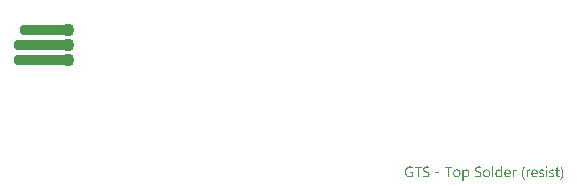
<source format=gts>
G04*
G04 #@! TF.GenerationSoftware,Altium Limited,Altium Designer,22.5.1 (42)*
G04*
G04 Layer_Color=8388736*
%FSLAX44Y44*%
%MOMM*%
G71*
G04*
G04 #@! TF.SameCoordinates,4FFD5CCC-AD45-4947-A22B-06A3F304AFED*
G04*
G04*
G04 #@! TF.FilePolarity,Negative*
G04*
G01*
G75*
G04:AMPARAMS|DCode=12|XSize=0.9mm|YSize=4.8mm|CornerRadius=0.351mm|HoleSize=0mm|Usage=FLASHONLY|Rotation=90.000|XOffset=0mm|YOffset=0mm|HoleType=Round|Shape=RoundedRectangle|*
%AMROUNDEDRECTD12*
21,1,0.9000,4.0980,0,0,90.0*
21,1,0.1980,4.8000,0,0,90.0*
1,1,0.7020,2.0490,0.0990*
1,1,0.7020,2.0490,-0.0990*
1,1,0.7020,-2.0490,-0.0990*
1,1,0.7020,-2.0490,0.0990*
%
%ADD12ROUNDEDRECTD12*%
G04:AMPARAMS|DCode=13|XSize=0.9mm|YSize=4.3mm|CornerRadius=0.351mm|HoleSize=0mm|Usage=FLASHONLY|Rotation=90.000|XOffset=0mm|YOffset=0mm|HoleType=Round|Shape=RoundedRectangle|*
%AMROUNDEDRECTD13*
21,1,0.9000,3.5980,0,0,90.0*
21,1,0.1980,4.3000,0,0,90.0*
1,1,0.7020,1.7990,0.0990*
1,1,0.7020,1.7990,-0.0990*
1,1,0.7020,-1.7990,-0.0990*
1,1,0.7020,-1.7990,0.0990*
%
%ADD13ROUNDEDRECTD13*%
%ADD14C,0.1500*%
%ADD15C,1.1000*%
G36*
X405256Y-102519D02*
X405327Y-102534D01*
X405398Y-102558D01*
X405476Y-102597D01*
X405555Y-102644D01*
X405633Y-102707D01*
X405641Y-102715D01*
X405664Y-102738D01*
X405696Y-102778D01*
X405735Y-102832D01*
X405766Y-102903D01*
X405798Y-102982D01*
X405821Y-103076D01*
X405829Y-103178D01*
X405829Y-103194D01*
X405829Y-103225D01*
X405821Y-103272D01*
X405806Y-103343D01*
X405782Y-103413D01*
X405743Y-103492D01*
X405696Y-103570D01*
X405633Y-103649D01*
X405625Y-103657D01*
X405602Y-103680D01*
X405555Y-103712D01*
X405500Y-103743D01*
X405429Y-103774D01*
X405350Y-103806D01*
X405264Y-103829D01*
X405162Y-103837D01*
X405115Y-103837D01*
X405068Y-103829D01*
X404997Y-103814D01*
X404927Y-103790D01*
X404848Y-103759D01*
X404770Y-103719D01*
X404691Y-103657D01*
X404683Y-103649D01*
X404660Y-103625D01*
X404628Y-103578D01*
X404597Y-103523D01*
X404566Y-103460D01*
X404534Y-103374D01*
X404511Y-103280D01*
X404503Y-103178D01*
X404503Y-103162D01*
X404503Y-103131D01*
X404511Y-103076D01*
X404526Y-103013D01*
X404550Y-102935D01*
X404581Y-102856D01*
X404628Y-102778D01*
X404691Y-102707D01*
X404699Y-102699D01*
X404723Y-102676D01*
X404770Y-102644D01*
X404825Y-102605D01*
X404895Y-102573D01*
X404974Y-102542D01*
X405060Y-102519D01*
X405162Y-102511D01*
X405209Y-102511D01*
X405256Y-102519D01*
X405256Y-102519D02*
G37*
G36*
X347907Y-102762D02*
X348017Y-102762D01*
X348142Y-102770D01*
X348283Y-102778D01*
X348433Y-102793D01*
X348746Y-102832D01*
X349060Y-102887D01*
X349217Y-102927D01*
X349359Y-102966D01*
X349500Y-103021D01*
X349618Y-103076D01*
X349618Y-104253D01*
X349610Y-104245D01*
X349578Y-104229D01*
X349539Y-104206D01*
X349476Y-104167D01*
X349398Y-104128D01*
X349304Y-104080D01*
X349194Y-104025D01*
X349068Y-103978D01*
X348927Y-103923D01*
X348770Y-103876D01*
X348605Y-103829D01*
X348425Y-103790D01*
X348236Y-103751D01*
X348032Y-103727D01*
X347812Y-103712D01*
X347585Y-103704D01*
X347459Y-103704D01*
X347373Y-103712D01*
X347271Y-103719D01*
X347153Y-103735D01*
X347028Y-103751D01*
X346902Y-103774D01*
X346886Y-103774D01*
X346847Y-103790D01*
X346784Y-103806D01*
X346698Y-103829D01*
X346604Y-103861D01*
X346502Y-103900D01*
X346392Y-103955D01*
X346290Y-104010D01*
X346282Y-104018D01*
X346243Y-104041D01*
X346196Y-104073D01*
X346133Y-104120D01*
X346070Y-104182D01*
X345992Y-104253D01*
X345921Y-104332D01*
X345858Y-104426D01*
X345850Y-104434D01*
X345835Y-104473D01*
X345803Y-104528D01*
X345780Y-104598D01*
X345748Y-104685D01*
X345717Y-104795D01*
X345701Y-104912D01*
X345693Y-105046D01*
X345693Y-105062D01*
X345693Y-105101D01*
X345701Y-105171D01*
X345709Y-105250D01*
X345725Y-105344D01*
X345748Y-105446D01*
X345780Y-105548D01*
X345819Y-105642D01*
X345827Y-105650D01*
X345842Y-105681D01*
X345874Y-105729D01*
X345913Y-105791D01*
X345968Y-105862D01*
X346031Y-105941D01*
X346109Y-106019D01*
X346196Y-106097D01*
X346203Y-106105D01*
X346243Y-106129D01*
X346298Y-106176D01*
X346368Y-106223D01*
X346455Y-106286D01*
X346557Y-106349D01*
X346674Y-106427D01*
X346800Y-106498D01*
X346808Y-106498D01*
X346816Y-106506D01*
X346863Y-106529D01*
X346941Y-106568D01*
X347035Y-106623D01*
X347161Y-106678D01*
X347302Y-106749D01*
X347459Y-106827D01*
X347624Y-106914D01*
X347632Y-106914D01*
X347648Y-106922D01*
X347671Y-106937D01*
X347702Y-106953D01*
X347750Y-106976D01*
X347797Y-107000D01*
X347914Y-107063D01*
X348056Y-107141D01*
X348213Y-107228D01*
X348370Y-107314D01*
X348535Y-107416D01*
X348542Y-107416D01*
X348550Y-107424D01*
X348574Y-107440D01*
X348605Y-107463D01*
X348691Y-107518D01*
X348793Y-107589D01*
X348911Y-107675D01*
X349037Y-107769D01*
X349162Y-107879D01*
X349288Y-107997D01*
X349304Y-108013D01*
X349343Y-108052D01*
X349398Y-108115D01*
X349476Y-108201D01*
X349555Y-108303D01*
X349641Y-108421D01*
X349720Y-108554D01*
X349798Y-108695D01*
X349798Y-108703D01*
X349806Y-108711D01*
X349814Y-108735D01*
X349829Y-108766D01*
X349861Y-108844D01*
X349900Y-108947D01*
X349931Y-109080D01*
X349963Y-109229D01*
X349986Y-109394D01*
X349994Y-109574D01*
X349994Y-109582D01*
X349994Y-109606D01*
X349994Y-109637D01*
X349994Y-109684D01*
X349986Y-109739D01*
X349979Y-109810D01*
X349971Y-109881D01*
X349963Y-109959D01*
X349931Y-110140D01*
X349884Y-110328D01*
X349822Y-110516D01*
X349735Y-110697D01*
X349735Y-110705D01*
X349728Y-110720D01*
X349712Y-110744D01*
X349688Y-110775D01*
X349633Y-110854D01*
X349555Y-110964D01*
X349453Y-111081D01*
X349335Y-111207D01*
X349194Y-111325D01*
X349037Y-111442D01*
X349029Y-111442D01*
X349013Y-111458D01*
X348990Y-111466D01*
X348958Y-111489D01*
X348919Y-111513D01*
X348864Y-111537D01*
X348746Y-111599D01*
X348597Y-111662D01*
X348425Y-111733D01*
X348236Y-111796D01*
X348024Y-111851D01*
X348017Y-111851D01*
X348001Y-111858D01*
X347969Y-111858D01*
X347922Y-111866D01*
X347875Y-111882D01*
X347812Y-111890D01*
X347742Y-111898D01*
X347655Y-111913D01*
X347475Y-111937D01*
X347271Y-111953D01*
X347051Y-111968D01*
X346816Y-111976D01*
X346729Y-111976D01*
X346674Y-111968D01*
X346596Y-111968D01*
X346502Y-111960D01*
X346400Y-111953D01*
X346290Y-111937D01*
X346274Y-111937D01*
X346235Y-111929D01*
X346172Y-111921D01*
X346094Y-111913D01*
X345999Y-111898D01*
X345890Y-111882D01*
X345780Y-111866D01*
X345654Y-111843D01*
X345638Y-111843D01*
X345599Y-111835D01*
X345536Y-111819D01*
X345458Y-111796D01*
X345364Y-111780D01*
X345262Y-111749D01*
X345042Y-111686D01*
X345026Y-111678D01*
X344995Y-111670D01*
X344940Y-111646D01*
X344877Y-111623D01*
X344806Y-111592D01*
X344728Y-111552D01*
X344649Y-111513D01*
X344579Y-111466D01*
X344579Y-110234D01*
X344587Y-110242D01*
X344618Y-110265D01*
X344665Y-110304D01*
X344720Y-110344D01*
X344799Y-110399D01*
X344885Y-110454D01*
X344979Y-110516D01*
X345089Y-110571D01*
X345105Y-110579D01*
X345144Y-110595D01*
X345199Y-110626D01*
X345277Y-110658D01*
X345372Y-110697D01*
X345474Y-110744D01*
X345591Y-110791D01*
X345709Y-110830D01*
X345725Y-110838D01*
X345764Y-110846D01*
X345835Y-110862D01*
X345913Y-110885D01*
X346015Y-110917D01*
X346125Y-110940D01*
X346368Y-110987D01*
X346384Y-110987D01*
X346423Y-110995D01*
X346486Y-111003D01*
X346572Y-111011D01*
X346666Y-111026D01*
X346768Y-111034D01*
X346981Y-111042D01*
X347075Y-111042D01*
X347137Y-111034D01*
X347216Y-111034D01*
X347310Y-111026D01*
X347412Y-111011D01*
X347522Y-110995D01*
X347757Y-110956D01*
X347993Y-110893D01*
X348220Y-110807D01*
X348323Y-110752D01*
X348417Y-110689D01*
X348425Y-110681D01*
X348440Y-110673D01*
X348464Y-110650D01*
X348495Y-110618D01*
X348527Y-110587D01*
X348566Y-110540D01*
X348613Y-110485D01*
X348660Y-110422D01*
X348699Y-110351D01*
X348746Y-110281D01*
X348825Y-110100D01*
X348848Y-109998D01*
X348872Y-109888D01*
X348888Y-109778D01*
X348895Y-109653D01*
X348895Y-109645D01*
X348895Y-109637D01*
X348895Y-109590D01*
X348888Y-109527D01*
X348880Y-109441D01*
X348856Y-109339D01*
X348833Y-109237D01*
X348793Y-109127D01*
X348739Y-109025D01*
X348731Y-109009D01*
X348707Y-108978D01*
X348676Y-108931D01*
X348629Y-108860D01*
X348566Y-108790D01*
X348487Y-108703D01*
X348401Y-108625D01*
X348299Y-108538D01*
X348283Y-108531D01*
X348252Y-108499D01*
X348189Y-108452D01*
X348111Y-108397D01*
X348009Y-108334D01*
X347899Y-108264D01*
X347773Y-108185D01*
X347632Y-108115D01*
X347624Y-108115D01*
X347616Y-108107D01*
X347593Y-108091D01*
X347569Y-108075D01*
X347491Y-108036D01*
X347389Y-107981D01*
X347263Y-107918D01*
X347122Y-107848D01*
X346973Y-107769D01*
X346808Y-107683D01*
X346800Y-107683D01*
X346784Y-107675D01*
X346761Y-107659D01*
X346729Y-107644D01*
X346643Y-107597D01*
X346525Y-107534D01*
X346392Y-107463D01*
X346243Y-107385D01*
X345937Y-107204D01*
X345929Y-107204D01*
X345921Y-107196D01*
X345897Y-107181D01*
X345866Y-107165D01*
X345795Y-107110D01*
X345701Y-107047D01*
X345591Y-106969D01*
X345474Y-106875D01*
X345356Y-106780D01*
X345238Y-106670D01*
X345222Y-106655D01*
X345191Y-106615D01*
X345136Y-106561D01*
X345065Y-106482D01*
X344995Y-106380D01*
X344916Y-106270D01*
X344838Y-106145D01*
X344767Y-106011D01*
X344767Y-106003D01*
X344759Y-105996D01*
X344752Y-105972D01*
X344744Y-105941D01*
X344712Y-105862D01*
X344681Y-105760D01*
X344649Y-105634D01*
X344618Y-105485D01*
X344602Y-105321D01*
X344594Y-105140D01*
X344594Y-105132D01*
X344594Y-105116D01*
X344594Y-105077D01*
X344602Y-105038D01*
X344602Y-104983D01*
X344610Y-104920D01*
X344626Y-104779D01*
X344657Y-104614D01*
X344704Y-104434D01*
X344775Y-104253D01*
X344861Y-104080D01*
X344861Y-104073D01*
X344877Y-104057D01*
X344893Y-104033D01*
X344908Y-104002D01*
X344971Y-103923D01*
X345050Y-103814D01*
X345152Y-103696D01*
X345270Y-103570D01*
X345403Y-103453D01*
X345560Y-103335D01*
X345568Y-103335D01*
X345583Y-103319D01*
X345607Y-103303D01*
X345638Y-103288D01*
X345678Y-103264D01*
X345725Y-103233D01*
X345850Y-103170D01*
X345999Y-103099D01*
X346164Y-103029D01*
X346353Y-102958D01*
X346557Y-102903D01*
X346564Y-102903D01*
X346580Y-102895D01*
X346612Y-102887D01*
X346651Y-102880D01*
X346706Y-102872D01*
X346761Y-102856D01*
X346831Y-102840D01*
X346910Y-102825D01*
X347082Y-102801D01*
X347271Y-102778D01*
X347483Y-102762D01*
X347695Y-102754D01*
X347820Y-102754D01*
X347907Y-102762D01*
X347907Y-102762D02*
G37*
G36*
X303915Y-102762D02*
X304025Y-102762D01*
X304151Y-102770D01*
X304292Y-102778D01*
X304441Y-102793D01*
X304755Y-102832D01*
X305069Y-102887D01*
X305226Y-102927D01*
X305367Y-102966D01*
X305508Y-103021D01*
X305626Y-103076D01*
X305626Y-104253D01*
X305618Y-104245D01*
X305587Y-104229D01*
X305548Y-104206D01*
X305485Y-104167D01*
X305406Y-104128D01*
X305312Y-104080D01*
X305202Y-104025D01*
X305077Y-103978D01*
X304935Y-103923D01*
X304778Y-103876D01*
X304614Y-103829D01*
X304433Y-103790D01*
X304245Y-103751D01*
X304041Y-103727D01*
X303821Y-103712D01*
X303593Y-103704D01*
X303468Y-103704D01*
X303382Y-103712D01*
X303279Y-103719D01*
X303162Y-103735D01*
X303036Y-103751D01*
X302911Y-103774D01*
X302895Y-103774D01*
X302856Y-103790D01*
X302793Y-103806D01*
X302707Y-103829D01*
X302612Y-103861D01*
X302510Y-103900D01*
X302400Y-103955D01*
X302298Y-104010D01*
X302290Y-104018D01*
X302251Y-104041D01*
X302204Y-104073D01*
X302141Y-104120D01*
X302079Y-104182D01*
X302000Y-104253D01*
X301929Y-104332D01*
X301867Y-104426D01*
X301859Y-104434D01*
X301843Y-104473D01*
X301812Y-104528D01*
X301788Y-104598D01*
X301757Y-104685D01*
X301725Y-104795D01*
X301710Y-104912D01*
X301702Y-105046D01*
X301702Y-105062D01*
X301702Y-105101D01*
X301710Y-105171D01*
X301718Y-105250D01*
X301733Y-105344D01*
X301757Y-105446D01*
X301788Y-105548D01*
X301828Y-105642D01*
X301835Y-105650D01*
X301851Y-105681D01*
X301882Y-105729D01*
X301922Y-105791D01*
X301977Y-105862D01*
X302039Y-105941D01*
X302118Y-106019D01*
X302204Y-106097D01*
X302212Y-106105D01*
X302251Y-106129D01*
X302306Y-106176D01*
X302377Y-106223D01*
X302463Y-106286D01*
X302565Y-106349D01*
X302683Y-106427D01*
X302808Y-106498D01*
X302816Y-106498D01*
X302824Y-106506D01*
X302871Y-106529D01*
X302950Y-106568D01*
X303044Y-106623D01*
X303170Y-106678D01*
X303311Y-106749D01*
X303468Y-106827D01*
X303633Y-106914D01*
X303640Y-106914D01*
X303656Y-106922D01*
X303680Y-106937D01*
X303711Y-106953D01*
X303758Y-106976D01*
X303805Y-107000D01*
X303923Y-107063D01*
X304064Y-107141D01*
X304221Y-107228D01*
X304378Y-107314D01*
X304543Y-107416D01*
X304551Y-107416D01*
X304559Y-107424D01*
X304582Y-107440D01*
X304614Y-107463D01*
X304700Y-107518D01*
X304802Y-107589D01*
X304920Y-107675D01*
X305045Y-107769D01*
X305171Y-107879D01*
X305296Y-107997D01*
X305312Y-108013D01*
X305352Y-108052D01*
X305406Y-108115D01*
X305485Y-108201D01*
X305563Y-108303D01*
X305650Y-108421D01*
X305728Y-108554D01*
X305807Y-108695D01*
X305807Y-108703D01*
X305815Y-108711D01*
X305822Y-108735D01*
X305838Y-108766D01*
X305870Y-108844D01*
X305909Y-108947D01*
X305940Y-109080D01*
X305972Y-109229D01*
X305995Y-109394D01*
X306003Y-109574D01*
X306003Y-109582D01*
X306003Y-109606D01*
X306003Y-109637D01*
X306003Y-109684D01*
X305995Y-109739D01*
X305987Y-109810D01*
X305979Y-109881D01*
X305972Y-109959D01*
X305940Y-110140D01*
X305893Y-110328D01*
X305830Y-110516D01*
X305744Y-110697D01*
X305744Y-110705D01*
X305736Y-110720D01*
X305720Y-110744D01*
X305697Y-110775D01*
X305642Y-110854D01*
X305563Y-110964D01*
X305461Y-111081D01*
X305344Y-111207D01*
X305202Y-111325D01*
X305045Y-111442D01*
X305037Y-111442D01*
X305022Y-111458D01*
X304998Y-111466D01*
X304967Y-111489D01*
X304928Y-111513D01*
X304873Y-111537D01*
X304755Y-111599D01*
X304606Y-111662D01*
X304433Y-111733D01*
X304245Y-111796D01*
X304033Y-111851D01*
X304025Y-111851D01*
X304009Y-111858D01*
X303978Y-111858D01*
X303931Y-111866D01*
X303884Y-111882D01*
X303821Y-111890D01*
X303750Y-111898D01*
X303664Y-111913D01*
X303484Y-111937D01*
X303279Y-111953D01*
X303060Y-111968D01*
X302824Y-111976D01*
X302738Y-111976D01*
X302683Y-111968D01*
X302605Y-111968D01*
X302510Y-111960D01*
X302408Y-111953D01*
X302298Y-111937D01*
X302283Y-111937D01*
X302243Y-111929D01*
X302181Y-111921D01*
X302102Y-111913D01*
X302008Y-111898D01*
X301898Y-111882D01*
X301788Y-111866D01*
X301663Y-111843D01*
X301647Y-111843D01*
X301608Y-111835D01*
X301545Y-111819D01*
X301466Y-111796D01*
X301372Y-111780D01*
X301270Y-111749D01*
X301050Y-111686D01*
X301035Y-111678D01*
X301003Y-111670D01*
X300948Y-111646D01*
X300886Y-111623D01*
X300815Y-111592D01*
X300737Y-111552D01*
X300658Y-111513D01*
X300587Y-111466D01*
X300587Y-110234D01*
X300595Y-110242D01*
X300627Y-110265D01*
X300674Y-110304D01*
X300729Y-110344D01*
X300807Y-110399D01*
X300893Y-110454D01*
X300988Y-110516D01*
X301098Y-110571D01*
X301113Y-110579D01*
X301152Y-110595D01*
X301207Y-110626D01*
X301286Y-110658D01*
X301380Y-110697D01*
X301482Y-110744D01*
X301600Y-110791D01*
X301718Y-110830D01*
X301733Y-110838D01*
X301772Y-110846D01*
X301843Y-110862D01*
X301922Y-110885D01*
X302024Y-110917D01*
X302134Y-110940D01*
X302377Y-110987D01*
X302393Y-110987D01*
X302432Y-110995D01*
X302495Y-111003D01*
X302581Y-111011D01*
X302675Y-111026D01*
X302777Y-111034D01*
X302989Y-111042D01*
X303083Y-111042D01*
X303146Y-111034D01*
X303225Y-111034D01*
X303319Y-111026D01*
X303421Y-111011D01*
X303531Y-110995D01*
X303766Y-110956D01*
X304002Y-110893D01*
X304229Y-110807D01*
X304331Y-110752D01*
X304425Y-110689D01*
X304433Y-110681D01*
X304449Y-110673D01*
X304472Y-110650D01*
X304504Y-110618D01*
X304535Y-110587D01*
X304575Y-110540D01*
X304622Y-110485D01*
X304669Y-110422D01*
X304708Y-110351D01*
X304755Y-110281D01*
X304834Y-110100D01*
X304857Y-109998D01*
X304881Y-109888D01*
X304896Y-109778D01*
X304904Y-109653D01*
X304904Y-109645D01*
X304904Y-109637D01*
X304904Y-109590D01*
X304896Y-109527D01*
X304888Y-109441D01*
X304865Y-109339D01*
X304841Y-109237D01*
X304802Y-109127D01*
X304747Y-109025D01*
X304739Y-109009D01*
X304716Y-108978D01*
X304684Y-108931D01*
X304637Y-108860D01*
X304575Y-108790D01*
X304496Y-108703D01*
X304410Y-108625D01*
X304308Y-108538D01*
X304292Y-108531D01*
X304261Y-108499D01*
X304198Y-108452D01*
X304119Y-108397D01*
X304017Y-108334D01*
X303907Y-108264D01*
X303782Y-108185D01*
X303640Y-108115D01*
X303633Y-108115D01*
X303625Y-108107D01*
X303601Y-108091D01*
X303578Y-108075D01*
X303499Y-108036D01*
X303397Y-107981D01*
X303272Y-107918D01*
X303130Y-107848D01*
X302981Y-107769D01*
X302816Y-107683D01*
X302808Y-107683D01*
X302793Y-107675D01*
X302769Y-107659D01*
X302738Y-107644D01*
X302652Y-107597D01*
X302534Y-107534D01*
X302400Y-107463D01*
X302251Y-107385D01*
X301945Y-107204D01*
X301937Y-107204D01*
X301929Y-107196D01*
X301906Y-107181D01*
X301875Y-107165D01*
X301804Y-107110D01*
X301710Y-107047D01*
X301600Y-106969D01*
X301482Y-106875D01*
X301364Y-106780D01*
X301247Y-106670D01*
X301231Y-106655D01*
X301200Y-106615D01*
X301145Y-106561D01*
X301074Y-106482D01*
X301003Y-106380D01*
X300925Y-106270D01*
X300846Y-106145D01*
X300776Y-106011D01*
X300776Y-106003D01*
X300768Y-105996D01*
X300760Y-105972D01*
X300752Y-105941D01*
X300721Y-105862D01*
X300689Y-105760D01*
X300658Y-105634D01*
X300627Y-105485D01*
X300611Y-105321D01*
X300603Y-105140D01*
X300603Y-105132D01*
X300603Y-105116D01*
X300603Y-105077D01*
X300611Y-105038D01*
X300611Y-104983D01*
X300619Y-104920D01*
X300634Y-104779D01*
X300666Y-104614D01*
X300713Y-104434D01*
X300784Y-104253D01*
X300870Y-104080D01*
X300870Y-104073D01*
X300886Y-104057D01*
X300901Y-104033D01*
X300917Y-104002D01*
X300980Y-103923D01*
X301058Y-103814D01*
X301160Y-103696D01*
X301278Y-103570D01*
X301411Y-103453D01*
X301569Y-103335D01*
X301576Y-103335D01*
X301592Y-103319D01*
X301616Y-103303D01*
X301647Y-103288D01*
X301686Y-103264D01*
X301733Y-103233D01*
X301859Y-103170D01*
X302008Y-103099D01*
X302173Y-103029D01*
X302361Y-102958D01*
X302565Y-102903D01*
X302573Y-102903D01*
X302589Y-102895D01*
X302620Y-102887D01*
X302659Y-102880D01*
X302714Y-102872D01*
X302769Y-102856D01*
X302840Y-102840D01*
X302918Y-102825D01*
X303091Y-102801D01*
X303279Y-102778D01*
X303491Y-102762D01*
X303703Y-102754D01*
X303829Y-102754D01*
X303915Y-102762D01*
X303915Y-102762D02*
G37*
G36*
X289874Y-102762D02*
X290000Y-102770D01*
X290149Y-102778D01*
X290306Y-102793D01*
X290486Y-102817D01*
X290675Y-102840D01*
X290871Y-102872D01*
X291075Y-102911D01*
X291279Y-102958D01*
X291483Y-103013D01*
X291687Y-103076D01*
X291891Y-103146D01*
X292080Y-103233D01*
X292080Y-104387D01*
X292064Y-104379D01*
X292032Y-104355D01*
X291970Y-104324D01*
X291891Y-104277D01*
X291781Y-104229D01*
X291656Y-104167D01*
X291514Y-104112D01*
X291350Y-104041D01*
X291177Y-103978D01*
X290981Y-103916D01*
X290769Y-103861D01*
X290541Y-103814D01*
X290298Y-103766D01*
X290047Y-103735D01*
X289788Y-103712D01*
X289513Y-103704D01*
X289450Y-103704D01*
X289372Y-103712D01*
X289262Y-103719D01*
X289136Y-103735D01*
X288987Y-103759D01*
X288822Y-103790D01*
X288642Y-103829D01*
X288453Y-103884D01*
X288257Y-103955D01*
X288053Y-104041D01*
X287841Y-104143D01*
X287637Y-104261D01*
X287441Y-104394D01*
X287245Y-104559D01*
X287056Y-104740D01*
X287048Y-104747D01*
X287017Y-104787D01*
X286970Y-104842D01*
X286907Y-104928D01*
X286837Y-105030D01*
X286750Y-105148D01*
X286664Y-105297D01*
X286578Y-105462D01*
X286491Y-105642D01*
X286405Y-105846D01*
X286319Y-106066D01*
X286248Y-106302D01*
X286185Y-106553D01*
X286138Y-106820D01*
X286107Y-107110D01*
X286099Y-107408D01*
X286099Y-107416D01*
X286099Y-107424D01*
X286099Y-107448D01*
X286099Y-107479D01*
X286099Y-107526D01*
X286107Y-107573D01*
X286115Y-107691D01*
X286122Y-107832D01*
X286146Y-107997D01*
X286169Y-108177D01*
X286209Y-108374D01*
X286256Y-108586D01*
X286319Y-108805D01*
X286389Y-109025D01*
X286476Y-109253D01*
X286578Y-109472D01*
X286695Y-109684D01*
X286829Y-109888D01*
X286986Y-110077D01*
X286994Y-110085D01*
X287025Y-110116D01*
X287080Y-110163D01*
X287151Y-110226D01*
X287237Y-110296D01*
X287347Y-110383D01*
X287472Y-110469D01*
X287621Y-110555D01*
X287786Y-110650D01*
X287967Y-110736D01*
X288163Y-110815D01*
X288383Y-110893D01*
X288610Y-110956D01*
X288862Y-111003D01*
X289121Y-111034D01*
X289403Y-111042D01*
X289505Y-111042D01*
X289576Y-111034D01*
X289670Y-111026D01*
X289772Y-111019D01*
X289890Y-111011D01*
X290023Y-110987D01*
X290157Y-110971D01*
X290306Y-110940D01*
X290604Y-110870D01*
X290761Y-110822D01*
X290910Y-110760D01*
X291059Y-110697D01*
X291208Y-110626D01*
X291208Y-108122D01*
X289254Y-108122D01*
X289254Y-107173D01*
X292260Y-107173D01*
X292260Y-111223D01*
X292244Y-111230D01*
X292197Y-111254D01*
X292127Y-111293D01*
X292025Y-111340D01*
X291899Y-111395D01*
X291750Y-111458D01*
X291577Y-111529D01*
X291381Y-111599D01*
X291169Y-111670D01*
X290934Y-111741D01*
X290690Y-111803D01*
X290431Y-111858D01*
X290157Y-111905D01*
X289866Y-111945D01*
X289576Y-111968D01*
X289270Y-111976D01*
X289183Y-111976D01*
X289144Y-111968D01*
X289089Y-111968D01*
X289026Y-111960D01*
X288956Y-111960D01*
X288791Y-111937D01*
X288603Y-111913D01*
X288398Y-111874D01*
X288171Y-111819D01*
X287928Y-111756D01*
X287676Y-111678D01*
X287417Y-111576D01*
X287158Y-111458D01*
X286899Y-111317D01*
X286648Y-111152D01*
X286405Y-110964D01*
X286177Y-110752D01*
X286162Y-110736D01*
X286130Y-110697D01*
X286068Y-110626D01*
X285997Y-110524D01*
X285903Y-110406D01*
X285809Y-110257D01*
X285699Y-110077D01*
X285589Y-109881D01*
X285479Y-109661D01*
X285369Y-109410D01*
X285275Y-109143D01*
X285181Y-108852D01*
X285110Y-108546D01*
X285047Y-108209D01*
X285016Y-107856D01*
X285000Y-107487D01*
X285000Y-107479D01*
X285000Y-107463D01*
X285000Y-107432D01*
X285000Y-107393D01*
X285008Y-107345D01*
X285008Y-107283D01*
X285016Y-107220D01*
X285024Y-107141D01*
X285032Y-107055D01*
X285039Y-106969D01*
X285071Y-106765D01*
X285110Y-106529D01*
X285165Y-106286D01*
X285236Y-106019D01*
X285322Y-105744D01*
X285424Y-105462D01*
X285550Y-105179D01*
X285706Y-104897D01*
X285879Y-104614D01*
X286083Y-104347D01*
X286311Y-104088D01*
X286327Y-104073D01*
X286374Y-104033D01*
X286444Y-103963D01*
X286546Y-103876D01*
X286680Y-103782D01*
X286829Y-103664D01*
X287009Y-103547D01*
X287221Y-103421D01*
X287449Y-103296D01*
X287700Y-103178D01*
X287967Y-103060D01*
X288265Y-102966D01*
X288579Y-102880D01*
X288909Y-102809D01*
X289262Y-102770D01*
X289631Y-102754D01*
X289772Y-102754D01*
X289874Y-102762D01*
X289874Y-102762D02*
G37*
G36*
X367630Y-111827D02*
X366610Y-111827D01*
X366610Y-110752D01*
X366586Y-110752D01*
X366578Y-110767D01*
X366555Y-110807D01*
X366508Y-110862D01*
X366453Y-110940D01*
X366374Y-111034D01*
X366288Y-111136D01*
X366178Y-111246D01*
X366045Y-111364D01*
X365903Y-111482D01*
X365739Y-111592D01*
X365558Y-111694D01*
X365362Y-111788D01*
X365150Y-111866D01*
X364915Y-111921D01*
X364663Y-111960D01*
X364397Y-111976D01*
X364342Y-111976D01*
X364279Y-111968D01*
X364200Y-111960D01*
X364098Y-111953D01*
X363980Y-111929D01*
X363847Y-111905D01*
X363706Y-111866D01*
X363557Y-111827D01*
X363400Y-111764D01*
X363243Y-111701D01*
X363078Y-111615D01*
X362921Y-111521D01*
X362764Y-111403D01*
X362615Y-111270D01*
X362474Y-111121D01*
X362466Y-111113D01*
X362442Y-111081D01*
X362411Y-111034D01*
X362364Y-110964D01*
X362309Y-110877D01*
X362246Y-110775D01*
X362183Y-110650D01*
X362120Y-110508D01*
X362050Y-110351D01*
X361987Y-110179D01*
X361924Y-109983D01*
X361869Y-109778D01*
X361822Y-109559D01*
X361791Y-109315D01*
X361767Y-109064D01*
X361759Y-108797D01*
X361759Y-108790D01*
X361759Y-108782D01*
X361759Y-108758D01*
X361759Y-108727D01*
X361767Y-108648D01*
X361775Y-108538D01*
X361783Y-108397D01*
X361799Y-108248D01*
X361822Y-108075D01*
X361861Y-107887D01*
X361901Y-107691D01*
X361956Y-107479D01*
X362018Y-107275D01*
X362097Y-107055D01*
X362183Y-106851D01*
X362293Y-106647D01*
X362411Y-106451D01*
X362552Y-106262D01*
X362560Y-106255D01*
X362591Y-106223D01*
X362638Y-106176D01*
X362701Y-106113D01*
X362780Y-106043D01*
X362874Y-105956D01*
X362992Y-105870D01*
X363117Y-105784D01*
X363266Y-105697D01*
X363423Y-105611D01*
X363596Y-105525D01*
X363784Y-105454D01*
X363988Y-105391D01*
X364208Y-105344D01*
X364436Y-105313D01*
X364679Y-105305D01*
X364734Y-105305D01*
X364805Y-105313D01*
X364891Y-105321D01*
X365001Y-105336D01*
X365126Y-105360D01*
X365260Y-105391D01*
X365409Y-105430D01*
X365566Y-105485D01*
X365723Y-105556D01*
X365880Y-105642D01*
X366037Y-105744D01*
X366186Y-105862D01*
X366335Y-105996D01*
X366469Y-106160D01*
X366586Y-106341D01*
X366610Y-106341D01*
X366610Y-102393D01*
X367630Y-102393D01*
X367630Y-111827D01*
X367630Y-111827D02*
G37*
G36*
X337240Y-105313D02*
X337327Y-105321D01*
X337429Y-105328D01*
X337546Y-105352D01*
X337680Y-105375D01*
X337829Y-105415D01*
X337978Y-105462D01*
X338135Y-105517D01*
X338292Y-105587D01*
X338457Y-105666D01*
X338614Y-105768D01*
X338763Y-105886D01*
X338912Y-106019D01*
X339045Y-106168D01*
X339053Y-106176D01*
X339077Y-106207D01*
X339108Y-106255D01*
X339155Y-106325D01*
X339202Y-106411D01*
X339265Y-106514D01*
X339328Y-106639D01*
X339391Y-106772D01*
X339454Y-106930D01*
X339516Y-107102D01*
X339579Y-107290D01*
X339626Y-107495D01*
X339673Y-107714D01*
X339705Y-107950D01*
X339728Y-108201D01*
X339736Y-108460D01*
X339736Y-108468D01*
X339736Y-108476D01*
X339736Y-108499D01*
X339736Y-108531D01*
X339728Y-108617D01*
X339720Y-108727D01*
X339713Y-108860D01*
X339697Y-109017D01*
X339673Y-109190D01*
X339642Y-109378D01*
X339595Y-109574D01*
X339548Y-109786D01*
X339485Y-109998D01*
X339407Y-110210D01*
X339320Y-110422D01*
X339218Y-110634D01*
X339093Y-110830D01*
X338959Y-111019D01*
X338951Y-111026D01*
X338920Y-111058D01*
X338881Y-111105D01*
X338818Y-111168D01*
X338739Y-111238D01*
X338645Y-111325D01*
X338527Y-111411D01*
X338402Y-111497D01*
X338261Y-111584D01*
X338096Y-111670D01*
X337923Y-111756D01*
X337735Y-111827D01*
X337531Y-111890D01*
X337311Y-111937D01*
X337076Y-111968D01*
X336832Y-111976D01*
X336777Y-111976D01*
X336715Y-111968D01*
X336628Y-111960D01*
X336526Y-111945D01*
X336408Y-111921D01*
X336275Y-111890D01*
X336126Y-111843D01*
X335977Y-111788D01*
X335820Y-111717D01*
X335663Y-111631D01*
X335498Y-111529D01*
X335341Y-111403D01*
X335192Y-111262D01*
X335051Y-111097D01*
X334917Y-110909D01*
X334894Y-110909D01*
X334894Y-114754D01*
X333873Y-114754D01*
X333873Y-105454D01*
X334894Y-105454D01*
X334894Y-106576D01*
X334917Y-106576D01*
X334925Y-106561D01*
X334956Y-106521D01*
X334996Y-106459D01*
X335058Y-106380D01*
X335137Y-106278D01*
X335231Y-106176D01*
X335349Y-106058D01*
X335474Y-105941D01*
X335624Y-105823D01*
X335788Y-105705D01*
X335969Y-105603D01*
X336165Y-105501D01*
X336377Y-105422D01*
X336613Y-105360D01*
X336856Y-105321D01*
X337123Y-105305D01*
X337178Y-105305D01*
X337240Y-105313D01*
X337240Y-105313D02*
G37*
G36*
X409926Y-105313D02*
X409997Y-105313D01*
X410083Y-105321D01*
X410177Y-105328D01*
X410279Y-105344D01*
X410515Y-105375D01*
X410758Y-105430D01*
X411017Y-105501D01*
X411268Y-105595D01*
X411268Y-106631D01*
X411260Y-106623D01*
X411237Y-106608D01*
X411198Y-106592D01*
X411143Y-106561D01*
X411080Y-106521D01*
X411002Y-106482D01*
X410907Y-106443D01*
X410805Y-106396D01*
X410687Y-106356D01*
X410570Y-106317D01*
X410436Y-106278D01*
X410295Y-106239D01*
X410138Y-106207D01*
X409981Y-106192D01*
X409824Y-106176D01*
X409651Y-106168D01*
X409549Y-106168D01*
X409479Y-106176D01*
X409400Y-106184D01*
X409314Y-106200D01*
X409133Y-106239D01*
X409126Y-106239D01*
X409094Y-106247D01*
X409055Y-106262D01*
X409000Y-106286D01*
X408875Y-106341D01*
X408741Y-106419D01*
X408733Y-106427D01*
X408717Y-106443D01*
X408686Y-106466D01*
X408647Y-106498D01*
X408561Y-106584D01*
X408482Y-106702D01*
X408482Y-106710D01*
X408466Y-106733D01*
X408459Y-106765D01*
X408443Y-106812D01*
X408427Y-106859D01*
X408411Y-106922D01*
X408404Y-106992D01*
X408396Y-107063D01*
X408396Y-107071D01*
X408396Y-107102D01*
X408404Y-107149D01*
X408404Y-107212D01*
X408419Y-107275D01*
X408435Y-107345D01*
X408451Y-107416D01*
X408482Y-107487D01*
X408490Y-107495D01*
X408498Y-107518D01*
X408521Y-107549D01*
X408553Y-107589D01*
X408592Y-107628D01*
X408631Y-107683D01*
X408749Y-107785D01*
X408757Y-107793D01*
X408780Y-107809D01*
X408820Y-107832D01*
X408867Y-107863D01*
X408929Y-107895D01*
X409000Y-107934D01*
X409086Y-107981D01*
X409173Y-108020D01*
X409181Y-108028D01*
X409220Y-108036D01*
X409267Y-108060D01*
X409338Y-108083D01*
X409424Y-108122D01*
X409518Y-108162D01*
X409620Y-108201D01*
X409738Y-108248D01*
X409746Y-108248D01*
X409754Y-108256D01*
X409777Y-108264D01*
X409809Y-108272D01*
X409887Y-108303D01*
X409989Y-108350D01*
X410107Y-108397D01*
X410240Y-108452D01*
X410374Y-108515D01*
X410499Y-108578D01*
X410507Y-108578D01*
X410515Y-108586D01*
X410554Y-108609D01*
X410617Y-108640D01*
X410695Y-108687D01*
X410790Y-108750D01*
X410884Y-108813D01*
X410978Y-108892D01*
X411072Y-108970D01*
X411080Y-108978D01*
X411111Y-109009D01*
X411151Y-109049D01*
X411206Y-109111D01*
X411260Y-109182D01*
X411323Y-109268D01*
X411378Y-109362D01*
X411433Y-109465D01*
X411441Y-109480D01*
X411457Y-109512D01*
X411472Y-109574D01*
X411496Y-109653D01*
X411520Y-109747D01*
X411543Y-109857D01*
X411551Y-109983D01*
X411559Y-110124D01*
X411559Y-110132D01*
X411559Y-110147D01*
X411559Y-110171D01*
X411559Y-110202D01*
X411551Y-110289D01*
X411535Y-110406D01*
X411504Y-110532D01*
X411472Y-110673D01*
X411418Y-110815D01*
X411347Y-110948D01*
X411339Y-110964D01*
X411308Y-111003D01*
X411260Y-111066D01*
X411198Y-111152D01*
X411119Y-111238D01*
X411025Y-111340D01*
X410915Y-111434D01*
X410790Y-111529D01*
X410774Y-111537D01*
X410727Y-111568D01*
X410656Y-111607D01*
X410562Y-111654D01*
X410444Y-111709D01*
X410303Y-111764D01*
X410154Y-111819D01*
X409989Y-111866D01*
X409981Y-111866D01*
X409966Y-111874D01*
X409942Y-111874D01*
X409911Y-111882D01*
X409871Y-111890D01*
X409824Y-111898D01*
X409706Y-111921D01*
X409557Y-111945D01*
X409400Y-111960D01*
X409228Y-111968D01*
X409039Y-111976D01*
X408945Y-111976D01*
X408875Y-111968D01*
X408788Y-111968D01*
X408694Y-111953D01*
X408576Y-111945D01*
X408459Y-111929D01*
X408325Y-111905D01*
X408192Y-111882D01*
X407909Y-111819D01*
X407619Y-111725D01*
X407477Y-111662D01*
X407336Y-111599D01*
X407336Y-110508D01*
X407344Y-110516D01*
X407375Y-110532D01*
X407422Y-110563D01*
X407485Y-110603D01*
X407564Y-110650D01*
X407650Y-110705D01*
X407760Y-110760D01*
X407878Y-110815D01*
X408011Y-110870D01*
X408152Y-110924D01*
X408302Y-110979D01*
X408459Y-111026D01*
X408631Y-111066D01*
X408804Y-111097D01*
X408984Y-111113D01*
X409173Y-111121D01*
X409228Y-111121D01*
X409298Y-111113D01*
X409385Y-111105D01*
X409487Y-111089D01*
X409597Y-111074D01*
X409722Y-111042D01*
X409848Y-111011D01*
X409966Y-110964D01*
X410091Y-110901D01*
X410201Y-110830D01*
X410303Y-110744D01*
X410389Y-110642D01*
X410460Y-110524D01*
X410499Y-110383D01*
X410515Y-110304D01*
X410515Y-110226D01*
X410515Y-110218D01*
X410515Y-110179D01*
X410507Y-110132D01*
X410499Y-110077D01*
X410484Y-110006D01*
X410468Y-109936D01*
X410436Y-109865D01*
X410397Y-109794D01*
X410389Y-109786D01*
X410374Y-109763D01*
X410350Y-109731D01*
X410319Y-109684D01*
X410272Y-109637D01*
X410224Y-109582D01*
X410162Y-109535D01*
X410091Y-109480D01*
X410083Y-109472D01*
X410060Y-109457D01*
X410013Y-109433D01*
X409958Y-109394D01*
X409895Y-109355D01*
X409816Y-109315D01*
X409722Y-109276D01*
X409628Y-109237D01*
X409612Y-109229D01*
X409581Y-109221D01*
X409526Y-109198D01*
X409455Y-109166D01*
X409377Y-109127D01*
X409275Y-109088D01*
X409173Y-109049D01*
X409063Y-109002D01*
X409055Y-109002D01*
X409047Y-108994D01*
X409024Y-108986D01*
X408992Y-108970D01*
X408914Y-108939D01*
X408812Y-108899D01*
X408694Y-108844D01*
X408568Y-108790D01*
X408443Y-108727D01*
X408317Y-108664D01*
X408302Y-108656D01*
X408262Y-108633D01*
X408207Y-108601D01*
X408129Y-108554D01*
X408043Y-108491D01*
X407956Y-108428D01*
X407862Y-108358D01*
X407776Y-108279D01*
X407768Y-108272D01*
X407744Y-108240D01*
X407705Y-108201D01*
X407658Y-108138D01*
X407603Y-108068D01*
X407548Y-107981D01*
X407501Y-107895D01*
X407454Y-107793D01*
X407446Y-107777D01*
X407438Y-107746D01*
X407422Y-107683D01*
X407407Y-107612D01*
X407383Y-107518D01*
X407368Y-107408D01*
X407360Y-107283D01*
X407352Y-107149D01*
X407352Y-107141D01*
X407352Y-107126D01*
X407352Y-107102D01*
X407352Y-107071D01*
X407360Y-106992D01*
X407375Y-106882D01*
X407399Y-106757D01*
X407438Y-106623D01*
X407485Y-106490D01*
X407556Y-106356D01*
X407556Y-106349D01*
X407564Y-106341D01*
X407595Y-106302D01*
X407642Y-106239D01*
X407697Y-106152D01*
X407776Y-106066D01*
X407870Y-105972D01*
X407980Y-105870D01*
X408097Y-105784D01*
X408105Y-105784D01*
X408113Y-105776D01*
X408160Y-105744D01*
X408231Y-105705D01*
X408325Y-105650D01*
X408443Y-105595D01*
X408576Y-105532D01*
X408725Y-105478D01*
X408882Y-105430D01*
X408890Y-105430D01*
X408906Y-105422D01*
X408929Y-105415D01*
X408961Y-105407D01*
X409000Y-105399D01*
X409047Y-105391D01*
X409157Y-105368D01*
X409298Y-105344D01*
X409448Y-105321D01*
X409612Y-105313D01*
X409785Y-105305D01*
X409863Y-105305D01*
X409926Y-105313D01*
X409926Y-105313D02*
G37*
G36*
X401434Y-105313D02*
X401505Y-105313D01*
X401591Y-105321D01*
X401685Y-105328D01*
X401787Y-105344D01*
X402023Y-105375D01*
X402266Y-105430D01*
X402525Y-105501D01*
X402776Y-105595D01*
X402776Y-106631D01*
X402768Y-106623D01*
X402745Y-106608D01*
X402705Y-106592D01*
X402651Y-106561D01*
X402588Y-106521D01*
X402509Y-106482D01*
X402415Y-106443D01*
X402313Y-106396D01*
X402195Y-106356D01*
X402078Y-106317D01*
X401944Y-106278D01*
X401803Y-106239D01*
X401646Y-106207D01*
X401489Y-106192D01*
X401332Y-106176D01*
X401159Y-106168D01*
X401057Y-106168D01*
X400987Y-106176D01*
X400908Y-106184D01*
X400822Y-106200D01*
X400641Y-106239D01*
X400634Y-106239D01*
X400602Y-106247D01*
X400563Y-106262D01*
X400508Y-106286D01*
X400382Y-106341D01*
X400249Y-106419D01*
X400241Y-106427D01*
X400225Y-106443D01*
X400194Y-106466D01*
X400155Y-106498D01*
X400068Y-106584D01*
X399990Y-106702D01*
X399990Y-106710D01*
X399974Y-106733D01*
X399966Y-106765D01*
X399951Y-106812D01*
X399935Y-106859D01*
X399919Y-106922D01*
X399911Y-106992D01*
X399904Y-107063D01*
X399904Y-107071D01*
X399904Y-107102D01*
X399911Y-107149D01*
X399911Y-107212D01*
X399927Y-107275D01*
X399943Y-107345D01*
X399958Y-107416D01*
X399990Y-107487D01*
X399998Y-107495D01*
X400006Y-107518D01*
X400029Y-107549D01*
X400061Y-107589D01*
X400100Y-107628D01*
X400139Y-107683D01*
X400257Y-107785D01*
X400265Y-107793D01*
X400288Y-107809D01*
X400327Y-107832D01*
X400374Y-107863D01*
X400437Y-107895D01*
X400508Y-107934D01*
X400594Y-107981D01*
X400681Y-108020D01*
X400688Y-108028D01*
X400728Y-108036D01*
X400775Y-108060D01*
X400845Y-108083D01*
X400932Y-108122D01*
X401026Y-108162D01*
X401128Y-108201D01*
X401246Y-108248D01*
X401254Y-108248D01*
X401261Y-108256D01*
X401285Y-108264D01*
X401316Y-108272D01*
X401395Y-108303D01*
X401497Y-108350D01*
X401615Y-108397D01*
X401748Y-108452D01*
X401881Y-108515D01*
X402007Y-108578D01*
X402015Y-108578D01*
X402023Y-108586D01*
X402062Y-108609D01*
X402125Y-108640D01*
X402203Y-108687D01*
X402297Y-108750D01*
X402392Y-108813D01*
X402486Y-108892D01*
X402580Y-108970D01*
X402588Y-108978D01*
X402619Y-109009D01*
X402658Y-109049D01*
X402713Y-109111D01*
X402768Y-109182D01*
X402831Y-109268D01*
X402886Y-109362D01*
X402941Y-109465D01*
X402949Y-109480D01*
X402965Y-109512D01*
X402980Y-109574D01*
X403004Y-109653D01*
X403027Y-109747D01*
X403051Y-109857D01*
X403059Y-109983D01*
X403067Y-110124D01*
X403067Y-110132D01*
X403067Y-110147D01*
X403067Y-110171D01*
X403067Y-110202D01*
X403059Y-110289D01*
X403043Y-110406D01*
X403012Y-110532D01*
X402980Y-110673D01*
X402925Y-110815D01*
X402855Y-110948D01*
X402847Y-110964D01*
X402815Y-111003D01*
X402768Y-111066D01*
X402705Y-111152D01*
X402627Y-111238D01*
X402533Y-111340D01*
X402423Y-111434D01*
X402297Y-111529D01*
X402282Y-111537D01*
X402235Y-111568D01*
X402164Y-111607D01*
X402070Y-111654D01*
X401952Y-111709D01*
X401811Y-111764D01*
X401662Y-111819D01*
X401497Y-111866D01*
X401489Y-111866D01*
X401473Y-111874D01*
X401450Y-111874D01*
X401418Y-111882D01*
X401379Y-111890D01*
X401332Y-111898D01*
X401214Y-111921D01*
X401065Y-111945D01*
X400908Y-111960D01*
X400736Y-111968D01*
X400547Y-111976D01*
X400453Y-111976D01*
X400382Y-111968D01*
X400296Y-111968D01*
X400202Y-111953D01*
X400084Y-111945D01*
X399966Y-111929D01*
X399833Y-111905D01*
X399700Y-111882D01*
X399417Y-111819D01*
X399127Y-111725D01*
X398985Y-111662D01*
X398844Y-111599D01*
X398844Y-110508D01*
X398852Y-110516D01*
X398883Y-110532D01*
X398930Y-110563D01*
X398993Y-110603D01*
X399072Y-110650D01*
X399158Y-110705D01*
X399268Y-110760D01*
X399386Y-110815D01*
X399519Y-110870D01*
X399660Y-110924D01*
X399809Y-110979D01*
X399966Y-111026D01*
X400139Y-111066D01*
X400312Y-111097D01*
X400492Y-111113D01*
X400681Y-111121D01*
X400736Y-111121D01*
X400806Y-111113D01*
X400892Y-111105D01*
X400994Y-111089D01*
X401104Y-111074D01*
X401230Y-111042D01*
X401356Y-111011D01*
X401473Y-110964D01*
X401599Y-110901D01*
X401709Y-110830D01*
X401811Y-110744D01*
X401897Y-110642D01*
X401968Y-110524D01*
X402007Y-110383D01*
X402023Y-110304D01*
X402023Y-110226D01*
X402023Y-110218D01*
X402023Y-110179D01*
X402015Y-110132D01*
X402007Y-110077D01*
X401991Y-110006D01*
X401976Y-109936D01*
X401944Y-109865D01*
X401905Y-109794D01*
X401897Y-109786D01*
X401881Y-109763D01*
X401858Y-109731D01*
X401827Y-109684D01*
X401779Y-109637D01*
X401732Y-109582D01*
X401670Y-109535D01*
X401599Y-109480D01*
X401591Y-109472D01*
X401567Y-109457D01*
X401520Y-109433D01*
X401465Y-109394D01*
X401403Y-109355D01*
X401324Y-109315D01*
X401230Y-109276D01*
X401136Y-109237D01*
X401120Y-109229D01*
X401089Y-109221D01*
X401034Y-109198D01*
X400963Y-109166D01*
X400885Y-109127D01*
X400783Y-109088D01*
X400681Y-109049D01*
X400571Y-109002D01*
X400563Y-109002D01*
X400555Y-108994D01*
X400532Y-108986D01*
X400500Y-108970D01*
X400422Y-108939D01*
X400320Y-108899D01*
X400202Y-108844D01*
X400076Y-108790D01*
X399951Y-108727D01*
X399825Y-108664D01*
X399809Y-108656D01*
X399770Y-108633D01*
X399715Y-108601D01*
X399637Y-108554D01*
X399550Y-108491D01*
X399464Y-108428D01*
X399370Y-108358D01*
X399283Y-108279D01*
X399276Y-108272D01*
X399252Y-108240D01*
X399213Y-108201D01*
X399166Y-108138D01*
X399111Y-108068D01*
X399056Y-107981D01*
X399009Y-107895D01*
X398962Y-107793D01*
X398954Y-107777D01*
X398946Y-107746D01*
X398930Y-107683D01*
X398915Y-107612D01*
X398891Y-107518D01*
X398875Y-107408D01*
X398868Y-107283D01*
X398860Y-107149D01*
X398860Y-107141D01*
X398860Y-107126D01*
X398860Y-107102D01*
X398860Y-107071D01*
X398868Y-106992D01*
X398883Y-106882D01*
X398907Y-106757D01*
X398946Y-106623D01*
X398993Y-106490D01*
X399064Y-106356D01*
X399064Y-106349D01*
X399072Y-106341D01*
X399103Y-106302D01*
X399150Y-106239D01*
X399205Y-106152D01*
X399283Y-106066D01*
X399378Y-105972D01*
X399488Y-105870D01*
X399605Y-105784D01*
X399613Y-105784D01*
X399621Y-105776D01*
X399668Y-105744D01*
X399739Y-105705D01*
X399833Y-105650D01*
X399951Y-105595D01*
X400084Y-105532D01*
X400233Y-105478D01*
X400390Y-105430D01*
X400398Y-105430D01*
X400414Y-105422D01*
X400437Y-105415D01*
X400469Y-105407D01*
X400508Y-105399D01*
X400555Y-105391D01*
X400665Y-105368D01*
X400806Y-105344D01*
X400955Y-105321D01*
X401120Y-105313D01*
X401293Y-105305D01*
X401371Y-105305D01*
X401434Y-105313D01*
X401434Y-105313D02*
G37*
G36*
X390988Y-105352D02*
X391074Y-105352D01*
X391168Y-105368D01*
X391270Y-105383D01*
X391372Y-105399D01*
X391459Y-105430D01*
X391459Y-106490D01*
X391443Y-106482D01*
X391411Y-106459D01*
X391349Y-106427D01*
X391262Y-106388D01*
X391144Y-106349D01*
X391019Y-106317D01*
X390862Y-106294D01*
X390681Y-106286D01*
X390619Y-106286D01*
X390572Y-106294D01*
X390517Y-106302D01*
X390454Y-106317D01*
X390305Y-106364D01*
X390218Y-106396D01*
X390132Y-106435D01*
X390038Y-106490D01*
X389944Y-106545D01*
X389857Y-106615D01*
X389763Y-106702D01*
X389677Y-106796D01*
X389590Y-106906D01*
X389583Y-106914D01*
X389575Y-106937D01*
X389551Y-106969D01*
X389520Y-107016D01*
X389488Y-107079D01*
X389449Y-107157D01*
X389410Y-107243D01*
X389371Y-107345D01*
X389332Y-107455D01*
X389292Y-107581D01*
X389253Y-107722D01*
X389222Y-107871D01*
X389190Y-108036D01*
X389167Y-108209D01*
X389159Y-108389D01*
X389151Y-108586D01*
X389151Y-111827D01*
X388131Y-111827D01*
X388131Y-105454D01*
X389151Y-105454D01*
X389151Y-106772D01*
X389174Y-106772D01*
X389174Y-106765D01*
X389182Y-106741D01*
X389198Y-106710D01*
X389214Y-106663D01*
X389237Y-106608D01*
X389269Y-106537D01*
X389339Y-106388D01*
X389434Y-106215D01*
X389551Y-106043D01*
X389685Y-105878D01*
X389842Y-105721D01*
X389850Y-105713D01*
X389865Y-105705D01*
X389889Y-105689D01*
X389920Y-105658D01*
X389959Y-105634D01*
X390014Y-105603D01*
X390132Y-105532D01*
X390281Y-105462D01*
X390454Y-105399D01*
X390642Y-105360D01*
X390744Y-105352D01*
X390846Y-105344D01*
X390909Y-105344D01*
X390988Y-105352D01*
X390988Y-105352D02*
G37*
G36*
X379215Y-105352D02*
X379301Y-105352D01*
X379395Y-105368D01*
X379497Y-105383D01*
X379599Y-105399D01*
X379686Y-105430D01*
X379686Y-106490D01*
X379670Y-106482D01*
X379638Y-106459D01*
X379576Y-106427D01*
X379489Y-106388D01*
X379372Y-106349D01*
X379246Y-106317D01*
X379089Y-106294D01*
X378909Y-106286D01*
X378846Y-106286D01*
X378799Y-106294D01*
X378744Y-106302D01*
X378681Y-106317D01*
X378532Y-106364D01*
X378446Y-106396D01*
X378359Y-106435D01*
X378265Y-106490D01*
X378171Y-106545D01*
X378084Y-106615D01*
X377990Y-106702D01*
X377904Y-106796D01*
X377818Y-106906D01*
X377810Y-106914D01*
X377802Y-106937D01*
X377778Y-106969D01*
X377747Y-107016D01*
X377716Y-107079D01*
X377676Y-107157D01*
X377637Y-107243D01*
X377598Y-107345D01*
X377559Y-107455D01*
X377519Y-107581D01*
X377480Y-107722D01*
X377449Y-107871D01*
X377417Y-108036D01*
X377394Y-108209D01*
X377386Y-108389D01*
X377378Y-108586D01*
X377378Y-111827D01*
X376358Y-111827D01*
X376358Y-105454D01*
X377378Y-105454D01*
X377378Y-106772D01*
X377402Y-106772D01*
X377402Y-106765D01*
X377410Y-106741D01*
X377425Y-106710D01*
X377441Y-106663D01*
X377464Y-106608D01*
X377496Y-106537D01*
X377566Y-106388D01*
X377661Y-106215D01*
X377778Y-106043D01*
X377912Y-105878D01*
X378069Y-105721D01*
X378077Y-105713D01*
X378092Y-105705D01*
X378116Y-105689D01*
X378147Y-105658D01*
X378186Y-105634D01*
X378241Y-105603D01*
X378359Y-105532D01*
X378508Y-105462D01*
X378681Y-105399D01*
X378869Y-105360D01*
X378971Y-105352D01*
X379073Y-105344D01*
X379136Y-105344D01*
X379215Y-105352D01*
X379215Y-105352D02*
G37*
G36*
X314401Y-108680D02*
X311003Y-108680D01*
X311003Y-107879D01*
X314401Y-107879D01*
X314401Y-108680D01*
X314401Y-108680D02*
G37*
G36*
X405657Y-111827D02*
X404636Y-111827D01*
X404636Y-105454D01*
X405657Y-105454D01*
X405657Y-111827D01*
X405657Y-111827D02*
G37*
G36*
X360127Y-111827D02*
X359106Y-111827D01*
X359106Y-102393D01*
X360127Y-102393D01*
X360127Y-111827D01*
X360127Y-111827D02*
G37*
G36*
X325138Y-103853D02*
X322564Y-103853D01*
X322564Y-111827D01*
X321520Y-111827D01*
X321520Y-103853D01*
X318945Y-103853D01*
X318945Y-102903D01*
X325138Y-102903D01*
X325138Y-103853D01*
X325138Y-103853D02*
G37*
G36*
X299606Y-103853D02*
X297032Y-103853D01*
X297032Y-111827D01*
X295988Y-111827D01*
X295988Y-103853D01*
X293414Y-103853D01*
X293414Y-102903D01*
X299606Y-102903D01*
X299606Y-103853D01*
X299606Y-103853D02*
G37*
G36*
X414478Y-105454D02*
X416087Y-105454D01*
X416087Y-106333D01*
X414478Y-106333D01*
X414478Y-109920D01*
X414478Y-109928D01*
X414478Y-109951D01*
X414478Y-109983D01*
X414478Y-110022D01*
X414486Y-110077D01*
X414494Y-110140D01*
X414510Y-110273D01*
X414533Y-110430D01*
X414573Y-110579D01*
X414627Y-110720D01*
X414659Y-110783D01*
X414698Y-110838D01*
X414706Y-110846D01*
X414737Y-110877D01*
X414792Y-110924D01*
X414871Y-110971D01*
X414973Y-111026D01*
X415098Y-111066D01*
X415248Y-111097D01*
X415420Y-111113D01*
X415483Y-111113D01*
X415554Y-111105D01*
X415648Y-111089D01*
X415750Y-111058D01*
X415868Y-111026D01*
X415978Y-110971D01*
X416087Y-110901D01*
X416087Y-111772D01*
X416079Y-111772D01*
X416072Y-111780D01*
X416048Y-111788D01*
X416025Y-111803D01*
X415938Y-111835D01*
X415836Y-111866D01*
X415695Y-111898D01*
X415530Y-111929D01*
X415342Y-111953D01*
X415130Y-111960D01*
X415059Y-111960D01*
X414973Y-111945D01*
X414871Y-111929D01*
X414745Y-111905D01*
X414604Y-111858D01*
X414447Y-111803D01*
X414298Y-111725D01*
X414141Y-111631D01*
X413984Y-111505D01*
X413843Y-111356D01*
X413780Y-111270D01*
X413717Y-111175D01*
X413662Y-111074D01*
X413615Y-110964D01*
X413568Y-110846D01*
X413529Y-110712D01*
X413497Y-110579D01*
X413474Y-110430D01*
X413466Y-110273D01*
X413458Y-110100D01*
X413458Y-106333D01*
X412367Y-106333D01*
X412367Y-105454D01*
X413458Y-105454D01*
X413458Y-103900D01*
X414478Y-103570D01*
X414478Y-105454D01*
X414478Y-105454D02*
G37*
G36*
X395187Y-105313D02*
X395273Y-105321D01*
X395383Y-105328D01*
X395500Y-105344D01*
X395634Y-105375D01*
X395775Y-105407D01*
X395932Y-105446D01*
X396089Y-105501D01*
X396246Y-105572D01*
X396411Y-105650D01*
X396568Y-105744D01*
X396717Y-105854D01*
X396866Y-105980D01*
X397000Y-106121D01*
X397007Y-106129D01*
X397031Y-106160D01*
X397062Y-106207D01*
X397109Y-106270D01*
X397157Y-106349D01*
X397219Y-106451D01*
X397282Y-106568D01*
X397345Y-106702D01*
X397408Y-106859D01*
X397471Y-107024D01*
X397533Y-107212D01*
X397580Y-107408D01*
X397627Y-107628D01*
X397659Y-107856D01*
X397682Y-108107D01*
X397690Y-108366D01*
X397690Y-108899D01*
X393185Y-108899D01*
X393185Y-108915D01*
X393185Y-108947D01*
X393193Y-109002D01*
X393201Y-109072D01*
X393209Y-109166D01*
X393224Y-109268D01*
X393240Y-109378D01*
X393271Y-109504D01*
X393342Y-109771D01*
X393389Y-109904D01*
X393444Y-110045D01*
X393507Y-110179D01*
X393578Y-110312D01*
X393664Y-110430D01*
X393758Y-110548D01*
X393766Y-110555D01*
X393782Y-110571D01*
X393813Y-110603D01*
X393860Y-110634D01*
X393915Y-110681D01*
X393986Y-110728D01*
X394064Y-110783D01*
X394151Y-110830D01*
X394253Y-110885D01*
X394370Y-110940D01*
X394488Y-110987D01*
X394629Y-111034D01*
X394771Y-111066D01*
X394928Y-111097D01*
X395092Y-111113D01*
X395265Y-111121D01*
X395312Y-111121D01*
X395367Y-111113D01*
X395446Y-111113D01*
X395540Y-111097D01*
X395650Y-111081D01*
X395775Y-111058D01*
X395916Y-111034D01*
X396066Y-110995D01*
X396223Y-110948D01*
X396387Y-110893D01*
X396552Y-110822D01*
X396725Y-110744D01*
X396898Y-110650D01*
X397070Y-110540D01*
X397243Y-110414D01*
X397243Y-111372D01*
X397235Y-111380D01*
X397204Y-111395D01*
X397157Y-111427D01*
X397094Y-111466D01*
X397007Y-111513D01*
X396905Y-111560D01*
X396788Y-111615D01*
X396654Y-111670D01*
X396497Y-111733D01*
X396333Y-111788D01*
X396152Y-111835D01*
X395956Y-111882D01*
X395744Y-111921D01*
X395516Y-111953D01*
X395273Y-111968D01*
X395022Y-111976D01*
X394959Y-111976D01*
X394896Y-111968D01*
X394802Y-111960D01*
X394684Y-111953D01*
X394551Y-111929D01*
X394409Y-111905D01*
X394253Y-111866D01*
X394088Y-111819D01*
X393915Y-111764D01*
X393735Y-111694D01*
X393562Y-111615D01*
X393381Y-111513D01*
X393217Y-111395D01*
X393052Y-111262D01*
X392903Y-111113D01*
X392895Y-111105D01*
X392871Y-111074D01*
X392832Y-111019D01*
X392785Y-110948D01*
X392722Y-110862D01*
X392659Y-110752D01*
X392589Y-110626D01*
X392518Y-110477D01*
X392447Y-110320D01*
X392377Y-110132D01*
X392314Y-109936D01*
X392251Y-109716D01*
X392204Y-109480D01*
X392165Y-109229D01*
X392141Y-108954D01*
X392133Y-108672D01*
X392133Y-108664D01*
X392133Y-108656D01*
X392133Y-108633D01*
X392133Y-108609D01*
X392141Y-108531D01*
X392149Y-108421D01*
X392157Y-108295D01*
X392180Y-108154D01*
X392204Y-107989D01*
X392235Y-107809D01*
X392283Y-107620D01*
X392337Y-107424D01*
X392408Y-107220D01*
X392487Y-107016D01*
X392581Y-106820D01*
X392699Y-106615D01*
X392824Y-106427D01*
X392973Y-106247D01*
X392981Y-106239D01*
X393013Y-106207D01*
X393060Y-106160D01*
X393122Y-106097D01*
X393209Y-106027D01*
X393311Y-105948D01*
X393421Y-105862D01*
X393554Y-105776D01*
X393695Y-105689D01*
X393860Y-105603D01*
X394033Y-105525D01*
X394213Y-105454D01*
X394409Y-105391D01*
X394622Y-105344D01*
X394841Y-105313D01*
X395069Y-105305D01*
X395124Y-105305D01*
X395187Y-105313D01*
X395187Y-105313D02*
G37*
G36*
X372316Y-105313D02*
X372402Y-105321D01*
X372512Y-105328D01*
X372630Y-105344D01*
X372763Y-105375D01*
X372904Y-105407D01*
X373061Y-105446D01*
X373218Y-105501D01*
X373375Y-105572D01*
X373540Y-105650D01*
X373697Y-105744D01*
X373846Y-105854D01*
X373995Y-105980D01*
X374129Y-106121D01*
X374137Y-106129D01*
X374160Y-106160D01*
X374192Y-106207D01*
X374239Y-106270D01*
X374286Y-106349D01*
X374348Y-106451D01*
X374411Y-106568D01*
X374474Y-106702D01*
X374537Y-106859D01*
X374600Y-107024D01*
X374663Y-107212D01*
X374710Y-107408D01*
X374757Y-107628D01*
X374788Y-107856D01*
X374812Y-108107D01*
X374819Y-108366D01*
X374819Y-108899D01*
X370314Y-108899D01*
X370314Y-108915D01*
X370314Y-108947D01*
X370322Y-109002D01*
X370330Y-109072D01*
X370338Y-109166D01*
X370354Y-109268D01*
X370369Y-109378D01*
X370401Y-109504D01*
X370471Y-109771D01*
X370518Y-109904D01*
X370573Y-110045D01*
X370636Y-110179D01*
X370707Y-110312D01*
X370793Y-110430D01*
X370887Y-110548D01*
X370895Y-110555D01*
X370911Y-110571D01*
X370942Y-110603D01*
X370989Y-110634D01*
X371044Y-110681D01*
X371115Y-110728D01*
X371193Y-110783D01*
X371280Y-110830D01*
X371382Y-110885D01*
X371499Y-110940D01*
X371617Y-110987D01*
X371758Y-111034D01*
X371900Y-111066D01*
X372057Y-111097D01*
X372222Y-111113D01*
X372394Y-111121D01*
X372441Y-111121D01*
X372496Y-111113D01*
X372575Y-111113D01*
X372669Y-111097D01*
X372779Y-111081D01*
X372904Y-111058D01*
X373046Y-111034D01*
X373195Y-110995D01*
X373352Y-110948D01*
X373517Y-110893D01*
X373681Y-110822D01*
X373854Y-110744D01*
X374027Y-110650D01*
X374199Y-110540D01*
X374372Y-110414D01*
X374372Y-111372D01*
X374364Y-111380D01*
X374333Y-111395D01*
X374286Y-111427D01*
X374223Y-111466D01*
X374137Y-111513D01*
X374035Y-111560D01*
X373917Y-111615D01*
X373783Y-111670D01*
X373627Y-111733D01*
X373462Y-111788D01*
X373281Y-111835D01*
X373085Y-111882D01*
X372873Y-111921D01*
X372645Y-111953D01*
X372402Y-111968D01*
X372151Y-111976D01*
X372088Y-111976D01*
X372025Y-111968D01*
X371931Y-111960D01*
X371813Y-111953D01*
X371680Y-111929D01*
X371539Y-111905D01*
X371382Y-111866D01*
X371217Y-111819D01*
X371044Y-111764D01*
X370864Y-111694D01*
X370691Y-111615D01*
X370511Y-111513D01*
X370346Y-111395D01*
X370181Y-111262D01*
X370032Y-111113D01*
X370024Y-111105D01*
X370000Y-111074D01*
X369961Y-111019D01*
X369914Y-110948D01*
X369851Y-110862D01*
X369789Y-110752D01*
X369718Y-110626D01*
X369647Y-110477D01*
X369577Y-110320D01*
X369506Y-110132D01*
X369443Y-109936D01*
X369380Y-109716D01*
X369333Y-109480D01*
X369294Y-109229D01*
X369271Y-108954D01*
X369263Y-108672D01*
X369263Y-108664D01*
X369263Y-108656D01*
X369263Y-108633D01*
X369263Y-108609D01*
X369271Y-108531D01*
X369278Y-108421D01*
X369286Y-108295D01*
X369310Y-108154D01*
X369333Y-107989D01*
X369365Y-107809D01*
X369412Y-107620D01*
X369467Y-107424D01*
X369537Y-107220D01*
X369616Y-107016D01*
X369710Y-106820D01*
X369828Y-106615D01*
X369953Y-106427D01*
X370102Y-106247D01*
X370110Y-106239D01*
X370142Y-106207D01*
X370189Y-106160D01*
X370252Y-106097D01*
X370338Y-106027D01*
X370440Y-105948D01*
X370550Y-105862D01*
X370683Y-105776D01*
X370825Y-105689D01*
X370989Y-105603D01*
X371162Y-105525D01*
X371343Y-105454D01*
X371539Y-105391D01*
X371751Y-105344D01*
X371970Y-105313D01*
X372198Y-105305D01*
X372253Y-105305D01*
X372316Y-105313D01*
X372316Y-105313D02*
G37*
G36*
X354586Y-105313D02*
X354688Y-105321D01*
X354805Y-105328D01*
X354947Y-105352D01*
X355096Y-105375D01*
X355261Y-105415D01*
X355441Y-105462D01*
X355622Y-105517D01*
X355802Y-105587D01*
X355991Y-105674D01*
X356171Y-105776D01*
X356352Y-105893D01*
X356516Y-106027D01*
X356674Y-106184D01*
X356681Y-106192D01*
X356705Y-106223D01*
X356744Y-106278D01*
X356799Y-106349D01*
X356862Y-106435D01*
X356925Y-106545D01*
X357003Y-106670D01*
X357074Y-106820D01*
X357152Y-106984D01*
X357223Y-107165D01*
X357286Y-107361D01*
X357349Y-107581D01*
X357403Y-107816D01*
X357443Y-108068D01*
X357466Y-108334D01*
X357474Y-108617D01*
X357474Y-108625D01*
X357474Y-108633D01*
X357474Y-108656D01*
X357474Y-108687D01*
X357466Y-108766D01*
X357458Y-108868D01*
X357450Y-109002D01*
X357427Y-109151D01*
X357403Y-109315D01*
X357364Y-109496D01*
X357317Y-109684D01*
X357262Y-109888D01*
X357192Y-110092D01*
X357113Y-110296D01*
X357011Y-110501D01*
X356893Y-110697D01*
X356760Y-110885D01*
X356611Y-111066D01*
X356603Y-111074D01*
X356571Y-111105D01*
X356524Y-111152D01*
X356454Y-111207D01*
X356367Y-111278D01*
X356265Y-111356D01*
X356140Y-111434D01*
X355998Y-111521D01*
X355841Y-111607D01*
X355669Y-111686D01*
X355480Y-111764D01*
X355276Y-111835D01*
X355049Y-111890D01*
X354813Y-111937D01*
X354570Y-111968D01*
X354303Y-111976D01*
X354240Y-111976D01*
X354170Y-111968D01*
X354068Y-111960D01*
X353950Y-111953D01*
X353809Y-111929D01*
X353660Y-111905D01*
X353495Y-111866D01*
X353314Y-111819D01*
X353134Y-111756D01*
X352945Y-111686D01*
X352757Y-111599D01*
X352569Y-111497D01*
X352380Y-111380D01*
X352208Y-111246D01*
X352043Y-111089D01*
X352035Y-111081D01*
X352004Y-111050D01*
X351964Y-110995D01*
X351909Y-110924D01*
X351847Y-110838D01*
X351776Y-110728D01*
X351705Y-110603D01*
X351627Y-110454D01*
X351548Y-110296D01*
X351470Y-110116D01*
X351399Y-109920D01*
X351336Y-109708D01*
X351282Y-109488D01*
X351242Y-109245D01*
X351211Y-108986D01*
X351203Y-108719D01*
X351203Y-108711D01*
X351203Y-108703D01*
X351203Y-108680D01*
X351203Y-108648D01*
X351211Y-108562D01*
X351219Y-108452D01*
X351227Y-108319D01*
X351250Y-108162D01*
X351274Y-107989D01*
X351313Y-107801D01*
X351360Y-107604D01*
X351415Y-107400D01*
X351486Y-107189D01*
X351572Y-106976D01*
X351674Y-106772D01*
X351784Y-106576D01*
X351917Y-106388D01*
X352074Y-106207D01*
X352082Y-106200D01*
X352113Y-106168D01*
X352168Y-106121D01*
X352239Y-106066D01*
X352325Y-105996D01*
X352435Y-105925D01*
X352561Y-105838D01*
X352702Y-105752D01*
X352859Y-105674D01*
X353040Y-105587D01*
X353236Y-105517D01*
X353448Y-105446D01*
X353675Y-105391D01*
X353919Y-105344D01*
X354178Y-105313D01*
X354452Y-105305D01*
X354515Y-105305D01*
X354586Y-105313D01*
X354586Y-105313D02*
G37*
G36*
X329352Y-105313D02*
X329454Y-105321D01*
X329572Y-105328D01*
X329714Y-105352D01*
X329863Y-105375D01*
X330028Y-105415D01*
X330208Y-105462D01*
X330388Y-105517D01*
X330569Y-105587D01*
X330757Y-105674D01*
X330938Y-105776D01*
X331118Y-105893D01*
X331283Y-106027D01*
X331440Y-106184D01*
X331448Y-106192D01*
X331472Y-106223D01*
X331511Y-106278D01*
X331566Y-106349D01*
X331629Y-106435D01*
X331691Y-106545D01*
X331770Y-106670D01*
X331841Y-106820D01*
X331919Y-106984D01*
X331990Y-107165D01*
X332052Y-107361D01*
X332115Y-107581D01*
X332170Y-107816D01*
X332209Y-108068D01*
X332233Y-108334D01*
X332241Y-108617D01*
X332241Y-108625D01*
X332241Y-108633D01*
X332241Y-108656D01*
X332241Y-108687D01*
X332233Y-108766D01*
X332225Y-108868D01*
X332217Y-109002D01*
X332194Y-109151D01*
X332170Y-109315D01*
X332131Y-109496D01*
X332084Y-109684D01*
X332029Y-109888D01*
X331958Y-110092D01*
X331880Y-110296D01*
X331778Y-110501D01*
X331660Y-110697D01*
X331527Y-110885D01*
X331377Y-111066D01*
X331370Y-111074D01*
X331338Y-111105D01*
X331291Y-111152D01*
X331221Y-111207D01*
X331134Y-111278D01*
X331032Y-111356D01*
X330906Y-111434D01*
X330765Y-111521D01*
X330608Y-111607D01*
X330436Y-111686D01*
X330247Y-111764D01*
X330043Y-111835D01*
X329816Y-111890D01*
X329580Y-111937D01*
X329337Y-111968D01*
X329070Y-111976D01*
X329007Y-111976D01*
X328937Y-111968D01*
X328834Y-111960D01*
X328717Y-111953D01*
X328576Y-111929D01*
X328426Y-111905D01*
X328261Y-111866D01*
X328081Y-111819D01*
X327901Y-111756D01*
X327712Y-111686D01*
X327524Y-111599D01*
X327335Y-111497D01*
X327147Y-111380D01*
X326974Y-111246D01*
X326810Y-111089D01*
X326802Y-111081D01*
X326770Y-111050D01*
X326731Y-110995D01*
X326676Y-110924D01*
X326613Y-110838D01*
X326543Y-110728D01*
X326472Y-110603D01*
X326394Y-110454D01*
X326315Y-110296D01*
X326237Y-110116D01*
X326166Y-109920D01*
X326103Y-109708D01*
X326048Y-109488D01*
X326009Y-109245D01*
X325978Y-108986D01*
X325970Y-108719D01*
X325970Y-108711D01*
X325970Y-108703D01*
X325970Y-108680D01*
X325970Y-108648D01*
X325978Y-108562D01*
X325985Y-108452D01*
X325993Y-108319D01*
X326017Y-108162D01*
X326040Y-107989D01*
X326080Y-107801D01*
X326127Y-107604D01*
X326182Y-107400D01*
X326252Y-107189D01*
X326339Y-106976D01*
X326441Y-106772D01*
X326551Y-106576D01*
X326684Y-106388D01*
X326841Y-106207D01*
X326849Y-106200D01*
X326880Y-106168D01*
X326935Y-106121D01*
X327006Y-106066D01*
X327092Y-105996D01*
X327202Y-105925D01*
X327328Y-105838D01*
X327469Y-105752D01*
X327626Y-105674D01*
X327806Y-105587D01*
X328003Y-105517D01*
X328214Y-105446D01*
X328442Y-105391D01*
X328685Y-105344D01*
X328944Y-105313D01*
X329219Y-105305D01*
X329282Y-105305D01*
X329352Y-105313D01*
X329352Y-105313D02*
G37*
G36*
X417477Y-102911D02*
X417492Y-102927D01*
X417516Y-102966D01*
X417555Y-103005D01*
X417594Y-103068D01*
X417649Y-103139D01*
X417704Y-103217D01*
X417775Y-103311D01*
X417845Y-103413D01*
X417924Y-103531D01*
X418002Y-103657D01*
X418089Y-103798D01*
X418175Y-103947D01*
X418261Y-104104D01*
X418348Y-104269D01*
X418442Y-104449D01*
X418536Y-104638D01*
X418623Y-104834D01*
X418709Y-105038D01*
X418803Y-105258D01*
X418881Y-105478D01*
X418968Y-105713D01*
X419039Y-105948D01*
X419109Y-106200D01*
X419235Y-106718D01*
X419290Y-106984D01*
X419329Y-107259D01*
X419368Y-107542D01*
X419392Y-107832D01*
X419407Y-108130D01*
X419415Y-108428D01*
X419415Y-108436D01*
X419415Y-108468D01*
X419415Y-108507D01*
X419415Y-108570D01*
X419407Y-108648D01*
X419399Y-108743D01*
X419392Y-108844D01*
X419384Y-108970D01*
X419376Y-109096D01*
X419352Y-109245D01*
X419337Y-109402D01*
X419313Y-109567D01*
X419282Y-109739D01*
X419250Y-109928D01*
X419211Y-110116D01*
X419172Y-110312D01*
X419070Y-110736D01*
X418936Y-111168D01*
X418779Y-111623D01*
X418693Y-111851D01*
X418591Y-112078D01*
X418489Y-112306D01*
X418371Y-112533D01*
X418246Y-112761D01*
X418112Y-112989D01*
X417963Y-113208D01*
X417814Y-113428D01*
X417649Y-113640D01*
X417469Y-113852D01*
X416566Y-113852D01*
X416574Y-113844D01*
X416590Y-113828D01*
X416613Y-113789D01*
X416652Y-113742D01*
X416692Y-113687D01*
X416747Y-113617D01*
X416802Y-113538D01*
X416872Y-113444D01*
X416943Y-113334D01*
X417014Y-113216D01*
X417100Y-113091D01*
X417178Y-112949D01*
X417265Y-112800D01*
X417351Y-112643D01*
X417445Y-112478D01*
X417539Y-112298D01*
X417626Y-112117D01*
X417720Y-111921D01*
X417806Y-111717D01*
X417893Y-111505D01*
X417979Y-111285D01*
X418057Y-111058D01*
X418199Y-110579D01*
X418324Y-110069D01*
X418379Y-109810D01*
X418418Y-109543D01*
X418458Y-109268D01*
X418481Y-108986D01*
X418497Y-108703D01*
X418505Y-108413D01*
X418505Y-108405D01*
X418505Y-108374D01*
X418505Y-108334D01*
X418505Y-108272D01*
X418497Y-108201D01*
X418489Y-108107D01*
X418481Y-108005D01*
X418473Y-107887D01*
X418458Y-107754D01*
X418442Y-107612D01*
X418426Y-107455D01*
X418403Y-107290D01*
X418371Y-107118D01*
X418340Y-106937D01*
X418301Y-106749D01*
X418261Y-106545D01*
X418159Y-106129D01*
X418026Y-105689D01*
X417955Y-105462D01*
X417869Y-105234D01*
X417783Y-104999D01*
X417681Y-104763D01*
X417571Y-104528D01*
X417453Y-104292D01*
X417327Y-104057D01*
X417194Y-103821D01*
X417053Y-103586D01*
X416896Y-103358D01*
X416731Y-103131D01*
X416550Y-102903D01*
X417469Y-102903D01*
X417477Y-102911D01*
X417477Y-102911D02*
G37*
G36*
X386969Y-102911D02*
X386953Y-102927D01*
X386930Y-102966D01*
X386891Y-103013D01*
X386851Y-103068D01*
X386796Y-103139D01*
X386734Y-103225D01*
X386671Y-103319D01*
X386600Y-103429D01*
X386522Y-103547D01*
X386443Y-103680D01*
X386357Y-103821D01*
X386271Y-103970D01*
X386184Y-104128D01*
X386090Y-104300D01*
X386004Y-104481D01*
X385910Y-104669D01*
X385815Y-104865D01*
X385729Y-105077D01*
X385643Y-105289D01*
X385556Y-105509D01*
X385478Y-105744D01*
X385329Y-106231D01*
X385203Y-106741D01*
X385148Y-107000D01*
X385109Y-107275D01*
X385070Y-107549D01*
X385046Y-107832D01*
X385031Y-108122D01*
X385023Y-108413D01*
X385023Y-108421D01*
X385023Y-108444D01*
X385023Y-108491D01*
X385031Y-108554D01*
X385031Y-108625D01*
X385038Y-108719D01*
X385046Y-108821D01*
X385054Y-108939D01*
X385070Y-109064D01*
X385085Y-109206D01*
X385101Y-109355D01*
X385125Y-109520D01*
X385156Y-109692D01*
X385187Y-109873D01*
X385219Y-110061D01*
X385266Y-110257D01*
X385368Y-110673D01*
X385494Y-111113D01*
X385650Y-111560D01*
X385745Y-111788D01*
X385839Y-112023D01*
X385949Y-112251D01*
X386067Y-112486D01*
X386184Y-112722D01*
X386325Y-112949D01*
X386467Y-113177D01*
X386624Y-113405D01*
X386789Y-113632D01*
X386961Y-113852D01*
X386051Y-113852D01*
X386043Y-113844D01*
X386027Y-113828D01*
X386004Y-113797D01*
X385972Y-113750D01*
X385925Y-113695D01*
X385870Y-113624D01*
X385815Y-113546D01*
X385752Y-113460D01*
X385682Y-113357D01*
X385603Y-113240D01*
X385525Y-113122D01*
X385446Y-112989D01*
X385360Y-112839D01*
X385266Y-112690D01*
X385180Y-112526D01*
X385093Y-112353D01*
X384999Y-112164D01*
X384913Y-111976D01*
X384819Y-111772D01*
X384740Y-111560D01*
X384654Y-111340D01*
X384575Y-111113D01*
X384497Y-110877D01*
X384426Y-110634D01*
X384308Y-110124D01*
X384254Y-109857D01*
X384214Y-109590D01*
X384175Y-109308D01*
X384151Y-109017D01*
X384136Y-108727D01*
X384128Y-108428D01*
X384128Y-108421D01*
X384128Y-108389D01*
X384128Y-108350D01*
X384136Y-108287D01*
X384136Y-108209D01*
X384144Y-108115D01*
X384151Y-108005D01*
X384159Y-107887D01*
X384167Y-107754D01*
X384191Y-107604D01*
X384206Y-107448D01*
X384230Y-107283D01*
X384254Y-107102D01*
X384293Y-106922D01*
X384324Y-106725D01*
X384371Y-106521D01*
X384473Y-106097D01*
X384599Y-105658D01*
X384756Y-105195D01*
X384842Y-104967D01*
X384936Y-104732D01*
X385046Y-104496D01*
X385156Y-104261D01*
X385282Y-104025D01*
X385415Y-103798D01*
X385556Y-103570D01*
X385713Y-103343D01*
X385878Y-103123D01*
X386051Y-102903D01*
X386977Y-102903D01*
X386969Y-102911D01*
X386969Y-102911D02*
G37*
%LPC*%
G36*
X364805Y-106168D02*
X364765Y-106168D01*
X364718Y-106176D01*
X364648Y-106176D01*
X364569Y-106192D01*
X364483Y-106207D01*
X364381Y-106223D01*
X364271Y-106255D01*
X364153Y-106286D01*
X364035Y-106333D01*
X363918Y-106388D01*
X363792Y-106459D01*
X363674Y-106537D01*
X363557Y-106623D01*
X363439Y-106733D01*
X363337Y-106851D01*
X363329Y-106859D01*
X363313Y-106882D01*
X363290Y-106922D01*
X363251Y-106976D01*
X363211Y-107047D01*
X363172Y-107134D01*
X363117Y-107228D01*
X363070Y-107345D01*
X363023Y-107471D01*
X362976Y-107612D01*
X362929Y-107769D01*
X362890Y-107934D01*
X362850Y-108122D01*
X362827Y-108311D01*
X362811Y-108523D01*
X362803Y-108743D01*
X362803Y-108758D01*
X362803Y-108790D01*
X362803Y-108852D01*
X362811Y-108923D01*
X362819Y-109017D01*
X362827Y-109127D01*
X362842Y-109245D01*
X362866Y-109378D01*
X362929Y-109653D01*
X362968Y-109802D01*
X363015Y-109943D01*
X363078Y-110085D01*
X363149Y-110226D01*
X363227Y-110359D01*
X363313Y-110485D01*
X363321Y-110493D01*
X363337Y-110508D01*
X363368Y-110540D01*
X363408Y-110587D01*
X363462Y-110634D01*
X363525Y-110689D01*
X363596Y-110744D01*
X363682Y-110799D01*
X363777Y-110862D01*
X363879Y-110917D01*
X363988Y-110971D01*
X364114Y-111019D01*
X364247Y-111058D01*
X364389Y-111089D01*
X364538Y-111113D01*
X364695Y-111121D01*
X364734Y-111121D01*
X364781Y-111113D01*
X364836Y-111113D01*
X364907Y-111105D01*
X364993Y-111089D01*
X365087Y-111066D01*
X365189Y-111042D01*
X365299Y-111011D01*
X365409Y-110971D01*
X365527Y-110924D01*
X365637Y-110862D01*
X365754Y-110791D01*
X365864Y-110712D01*
X365974Y-110618D01*
X366076Y-110508D01*
X366084Y-110501D01*
X366100Y-110477D01*
X366123Y-110446D01*
X366162Y-110399D01*
X366202Y-110336D01*
X366249Y-110265D01*
X366296Y-110179D01*
X366343Y-110077D01*
X366390Y-109975D01*
X366445Y-109857D01*
X366484Y-109724D01*
X366524Y-109590D01*
X366563Y-109441D01*
X366586Y-109284D01*
X366602Y-109119D01*
X366610Y-108947D01*
X366610Y-108013D01*
X366610Y-108005D01*
X366610Y-107981D01*
X366610Y-107934D01*
X366602Y-107879D01*
X366594Y-107816D01*
X366586Y-107738D01*
X366571Y-107652D01*
X366547Y-107557D01*
X366484Y-107353D01*
X366445Y-107243D01*
X366398Y-107134D01*
X366335Y-107024D01*
X366264Y-106914D01*
X366186Y-106804D01*
X366100Y-106702D01*
X366092Y-106694D01*
X366076Y-106678D01*
X366045Y-106655D01*
X366006Y-106615D01*
X365958Y-106576D01*
X365896Y-106529D01*
X365825Y-106482D01*
X365746Y-106435D01*
X365660Y-106388D01*
X365558Y-106333D01*
X365456Y-106294D01*
X365338Y-106255D01*
X365213Y-106215D01*
X365087Y-106192D01*
X364946Y-106176D01*
X364805Y-106168D01*
X364805Y-106168D02*
G37*
G36*
X336871Y-106168D02*
X336785Y-106168D01*
X336722Y-106176D01*
X336644Y-106184D01*
X336558Y-106200D01*
X336463Y-106223D01*
X336353Y-106247D01*
X336244Y-106278D01*
X336126Y-106317D01*
X336008Y-106372D01*
X335890Y-106427D01*
X335773Y-106498D01*
X335655Y-106584D01*
X335537Y-106678D01*
X335435Y-106788D01*
X335427Y-106796D01*
X335412Y-106820D01*
X335388Y-106851D01*
X335349Y-106898D01*
X335310Y-106961D01*
X335262Y-107031D01*
X335215Y-107118D01*
X335168Y-107212D01*
X335113Y-107322D01*
X335066Y-107440D01*
X335019Y-107565D01*
X334980Y-107706D01*
X334941Y-107856D01*
X334917Y-108005D01*
X334902Y-108169D01*
X334894Y-108342D01*
X334894Y-109229D01*
X334894Y-109237D01*
X334894Y-109261D01*
X334894Y-109308D01*
X334902Y-109362D01*
X334909Y-109433D01*
X334917Y-109512D01*
X334933Y-109598D01*
X334956Y-109692D01*
X335019Y-109904D01*
X335058Y-110014D01*
X335106Y-110132D01*
X335168Y-110242D01*
X335239Y-110359D01*
X335317Y-110469D01*
X335404Y-110571D01*
X335412Y-110579D01*
X335427Y-110595D01*
X335459Y-110618D01*
X335498Y-110658D01*
X335545Y-110697D01*
X335608Y-110744D01*
X335678Y-110791D01*
X335765Y-110846D01*
X335851Y-110893D01*
X335953Y-110948D01*
X336063Y-110995D01*
X336173Y-111034D01*
X336298Y-111074D01*
X336432Y-111097D01*
X336573Y-111113D01*
X336715Y-111121D01*
X336754Y-111121D01*
X336801Y-111113D01*
X336871Y-111113D01*
X336942Y-111097D01*
X337036Y-111081D01*
X337138Y-111058D01*
X337240Y-111034D01*
X337358Y-110995D01*
X337476Y-110948D01*
X337593Y-110893D01*
X337719Y-110822D01*
X337837Y-110744D01*
X337955Y-110650D01*
X338064Y-110540D01*
X338167Y-110414D01*
X338174Y-110406D01*
X338190Y-110383D01*
X338214Y-110344D01*
X338253Y-110281D01*
X338292Y-110210D01*
X338331Y-110124D01*
X338378Y-110014D01*
X338433Y-109896D01*
X338480Y-109763D01*
X338527Y-109614D01*
X338567Y-109457D01*
X338614Y-109276D01*
X338645Y-109088D01*
X338669Y-108884D01*
X338685Y-108664D01*
X338692Y-108436D01*
X338692Y-108421D01*
X338692Y-108389D01*
X338692Y-108334D01*
X338685Y-108264D01*
X338677Y-108169D01*
X338669Y-108068D01*
X338653Y-107958D01*
X338629Y-107832D01*
X338575Y-107565D01*
X338535Y-107424D01*
X338480Y-107290D01*
X338425Y-107149D01*
X338363Y-107016D01*
X338284Y-106890D01*
X338198Y-106772D01*
X338190Y-106765D01*
X338174Y-106749D01*
X338151Y-106718D01*
X338111Y-106678D01*
X338057Y-106631D01*
X338002Y-106584D01*
X337931Y-106529D01*
X337853Y-106466D01*
X337758Y-106411D01*
X337664Y-106356D01*
X337554Y-106309D01*
X337437Y-106262D01*
X337303Y-106223D01*
X337170Y-106192D01*
X337028Y-106176D01*
X336871Y-106168D01*
X336871Y-106168D02*
G37*
G36*
X395053Y-106168D02*
X394982Y-106168D01*
X394935Y-106176D01*
X394873Y-106184D01*
X394794Y-106192D01*
X394716Y-106207D01*
X394629Y-106231D01*
X394433Y-106294D01*
X394331Y-106333D01*
X394229Y-106388D01*
X394127Y-106443D01*
X394017Y-106514D01*
X393923Y-106592D01*
X393821Y-106686D01*
X393813Y-106694D01*
X393797Y-106710D01*
X393774Y-106741D01*
X393742Y-106780D01*
X393703Y-106835D01*
X393656Y-106890D01*
X393609Y-106969D01*
X393554Y-107047D01*
X393499Y-107141D01*
X393452Y-107243D01*
X393397Y-107353D01*
X393350Y-107471D01*
X393303Y-107604D01*
X393264Y-107738D01*
X393224Y-107887D01*
X393201Y-108036D01*
X396646Y-108036D01*
X396646Y-108028D01*
X396646Y-107997D01*
X396646Y-107950D01*
X396639Y-107887D01*
X396631Y-107816D01*
X396623Y-107730D01*
X396607Y-107636D01*
X396591Y-107534D01*
X396536Y-107314D01*
X396458Y-107079D01*
X396411Y-106969D01*
X396356Y-106859D01*
X396293Y-106757D01*
X396215Y-106663D01*
X396207Y-106655D01*
X396199Y-106639D01*
X396175Y-106615D01*
X396136Y-106584D01*
X396097Y-106545D01*
X396042Y-106506D01*
X395987Y-106459D01*
X395916Y-106411D01*
X395838Y-106372D01*
X395752Y-106325D01*
X395650Y-106286D01*
X395548Y-106247D01*
X395438Y-106215D01*
X395320Y-106192D01*
X395187Y-106176D01*
X395053Y-106168D01*
X395053Y-106168D02*
G37*
G36*
X372182Y-106168D02*
X372112Y-106168D01*
X372065Y-106176D01*
X372002Y-106184D01*
X371923Y-106192D01*
X371845Y-106207D01*
X371758Y-106231D01*
X371562Y-106294D01*
X371460Y-106333D01*
X371358Y-106388D01*
X371256Y-106443D01*
X371146Y-106514D01*
X371052Y-106592D01*
X370950Y-106686D01*
X370942Y-106694D01*
X370927Y-106710D01*
X370903Y-106741D01*
X370872Y-106780D01*
X370832Y-106835D01*
X370785Y-106890D01*
X370738Y-106969D01*
X370683Y-107047D01*
X370628Y-107141D01*
X370581Y-107243D01*
X370526Y-107353D01*
X370479Y-107471D01*
X370432Y-107604D01*
X370393Y-107738D01*
X370354Y-107887D01*
X370330Y-108036D01*
X373776Y-108036D01*
X373776Y-108028D01*
X373776Y-107997D01*
X373776Y-107950D01*
X373768Y-107887D01*
X373760Y-107816D01*
X373752Y-107730D01*
X373736Y-107636D01*
X373721Y-107534D01*
X373666Y-107314D01*
X373587Y-107079D01*
X373540Y-106969D01*
X373485Y-106859D01*
X373422Y-106757D01*
X373344Y-106663D01*
X373336Y-106655D01*
X373328Y-106639D01*
X373305Y-106615D01*
X373265Y-106584D01*
X373226Y-106545D01*
X373171Y-106506D01*
X373116Y-106459D01*
X373046Y-106411D01*
X372967Y-106372D01*
X372881Y-106325D01*
X372779Y-106286D01*
X372677Y-106247D01*
X372567Y-106215D01*
X372449Y-106192D01*
X372316Y-106176D01*
X372182Y-106168D01*
X372182Y-106168D02*
G37*
G36*
X354374Y-106168D02*
X354335Y-106168D01*
X354280Y-106176D01*
X354209Y-106176D01*
X354131Y-106192D01*
X354036Y-106200D01*
X353927Y-106223D01*
X353809Y-106255D01*
X353691Y-106286D01*
X353565Y-106333D01*
X353432Y-106388D01*
X353306Y-106451D01*
X353173Y-106529D01*
X353047Y-106615D01*
X352930Y-106718D01*
X352820Y-106835D01*
X352812Y-106843D01*
X352796Y-106867D01*
X352765Y-106906D01*
X352733Y-106961D01*
X352686Y-107024D01*
X352639Y-107110D01*
X352584Y-107204D01*
X352537Y-107314D01*
X352482Y-107440D01*
X352427Y-107581D01*
X352380Y-107730D01*
X352333Y-107895D01*
X352302Y-108075D01*
X352270Y-108264D01*
X352255Y-108468D01*
X352247Y-108680D01*
X352247Y-108695D01*
X352247Y-108727D01*
X352255Y-108790D01*
X352255Y-108868D01*
X352263Y-108962D01*
X352278Y-109072D01*
X352294Y-109198D01*
X352318Y-109331D01*
X352349Y-109472D01*
X352388Y-109614D01*
X352435Y-109763D01*
X352490Y-109912D01*
X352553Y-110061D01*
X352631Y-110202D01*
X352718Y-110344D01*
X352820Y-110469D01*
X352828Y-110477D01*
X352843Y-110501D01*
X352883Y-110532D01*
X352930Y-110571D01*
X352985Y-110618D01*
X353055Y-110673D01*
X353142Y-110736D01*
X353236Y-110791D01*
X353338Y-110854D01*
X353456Y-110917D01*
X353581Y-110971D01*
X353722Y-111019D01*
X353871Y-111058D01*
X354029Y-111089D01*
X354193Y-111113D01*
X354374Y-111121D01*
X354421Y-111121D01*
X354468Y-111113D01*
X354539Y-111113D01*
X354617Y-111097D01*
X354711Y-111089D01*
X354821Y-111066D01*
X354939Y-111042D01*
X355057Y-111011D01*
X355182Y-110964D01*
X355308Y-110917D01*
X355433Y-110854D01*
X355559Y-110783D01*
X355677Y-110697D01*
X355794Y-110595D01*
X355896Y-110485D01*
X355904Y-110477D01*
X355920Y-110454D01*
X355944Y-110414D01*
X355983Y-110367D01*
X356022Y-110296D01*
X356069Y-110218D01*
X356116Y-110124D01*
X356163Y-110014D01*
X356210Y-109888D01*
X356265Y-109755D01*
X356305Y-109606D01*
X356344Y-109441D01*
X356383Y-109268D01*
X356407Y-109072D01*
X356422Y-108868D01*
X356430Y-108656D01*
X356430Y-108640D01*
X356430Y-108601D01*
X356430Y-108538D01*
X356422Y-108460D01*
X356414Y-108358D01*
X356399Y-108248D01*
X356383Y-108115D01*
X356367Y-107981D01*
X356297Y-107683D01*
X356258Y-107534D01*
X356203Y-107377D01*
X356148Y-107228D01*
X356069Y-107086D01*
X355991Y-106945D01*
X355896Y-106820D01*
X355889Y-106812D01*
X355873Y-106788D01*
X355841Y-106757D01*
X355794Y-106718D01*
X355740Y-106670D01*
X355677Y-106615D01*
X355598Y-106553D01*
X355504Y-106490D01*
X355402Y-106435D01*
X355292Y-106372D01*
X355167Y-106317D01*
X355033Y-106270D01*
X354884Y-106231D01*
X354727Y-106200D01*
X354554Y-106176D01*
X354374Y-106168D01*
X354374Y-106168D02*
G37*
G36*
X329141Y-106168D02*
X329101Y-106168D01*
X329046Y-106176D01*
X328976Y-106176D01*
X328897Y-106192D01*
X328803Y-106200D01*
X328693Y-106223D01*
X328576Y-106255D01*
X328458Y-106286D01*
X328332Y-106333D01*
X328199Y-106388D01*
X328073Y-106451D01*
X327940Y-106529D01*
X327814Y-106615D01*
X327696Y-106718D01*
X327587Y-106835D01*
X327579Y-106843D01*
X327563Y-106867D01*
X327532Y-106906D01*
X327500Y-106961D01*
X327453Y-107024D01*
X327406Y-107110D01*
X327351Y-107204D01*
X327304Y-107314D01*
X327249Y-107440D01*
X327194Y-107581D01*
X327147Y-107730D01*
X327100Y-107895D01*
X327069Y-108075D01*
X327037Y-108264D01*
X327021Y-108468D01*
X327014Y-108680D01*
X327014Y-108695D01*
X327014Y-108727D01*
X327021Y-108790D01*
X327021Y-108868D01*
X327029Y-108962D01*
X327045Y-109072D01*
X327061Y-109198D01*
X327084Y-109331D01*
X327116Y-109472D01*
X327155Y-109614D01*
X327202Y-109763D01*
X327257Y-109912D01*
X327320Y-110061D01*
X327398Y-110202D01*
X327485Y-110344D01*
X327587Y-110469D01*
X327594Y-110477D01*
X327610Y-110501D01*
X327649Y-110532D01*
X327696Y-110571D01*
X327751Y-110618D01*
X327822Y-110673D01*
X327908Y-110736D01*
X328003Y-110791D01*
X328105Y-110854D01*
X328222Y-110917D01*
X328348Y-110971D01*
X328489Y-111019D01*
X328638Y-111058D01*
X328795Y-111089D01*
X328960Y-111113D01*
X329141Y-111121D01*
X329188Y-111121D01*
X329235Y-111113D01*
X329305Y-111113D01*
X329384Y-111097D01*
X329478Y-111089D01*
X329588Y-111066D01*
X329706Y-111042D01*
X329823Y-111011D01*
X329949Y-110964D01*
X330075Y-110917D01*
X330200Y-110854D01*
X330326Y-110783D01*
X330443Y-110697D01*
X330561Y-110595D01*
X330663Y-110485D01*
X330671Y-110477D01*
X330687Y-110454D01*
X330710Y-110414D01*
X330750Y-110367D01*
X330789Y-110296D01*
X330836Y-110218D01*
X330883Y-110124D01*
X330930Y-110014D01*
X330977Y-109888D01*
X331032Y-109755D01*
X331071Y-109606D01*
X331111Y-109441D01*
X331150Y-109268D01*
X331173Y-109072D01*
X331189Y-108868D01*
X331197Y-108656D01*
X331197Y-108640D01*
X331197Y-108601D01*
X331197Y-108538D01*
X331189Y-108460D01*
X331181Y-108358D01*
X331166Y-108248D01*
X331150Y-108115D01*
X331134Y-107981D01*
X331063Y-107683D01*
X331024Y-107534D01*
X330969Y-107377D01*
X330914Y-107228D01*
X330836Y-107086D01*
X330757Y-106945D01*
X330663Y-106820D01*
X330655Y-106812D01*
X330640Y-106788D01*
X330608Y-106757D01*
X330561Y-106718D01*
X330506Y-106670D01*
X330443Y-106615D01*
X330365Y-106553D01*
X330271Y-106490D01*
X330169Y-106435D01*
X330059Y-106372D01*
X329933Y-106317D01*
X329800Y-106270D01*
X329651Y-106231D01*
X329494Y-106200D01*
X329321Y-106176D01*
X329141Y-106168D01*
X329141Y-106168D02*
G37*
%LPD*%
D12*
X-22000Y-12700D02*
D03*
X-22000Y0D02*
D03*
D13*
X-19500Y12700D02*
D03*
D14*
X-19500Y-25000D02*
D03*
X-19500Y25000D02*
D03*
X48000Y0D02*
D03*
D15*
X0Y-12700D02*
D03*
X0Y0D02*
D03*
X0Y12700D02*
D03*
M02*

</source>
